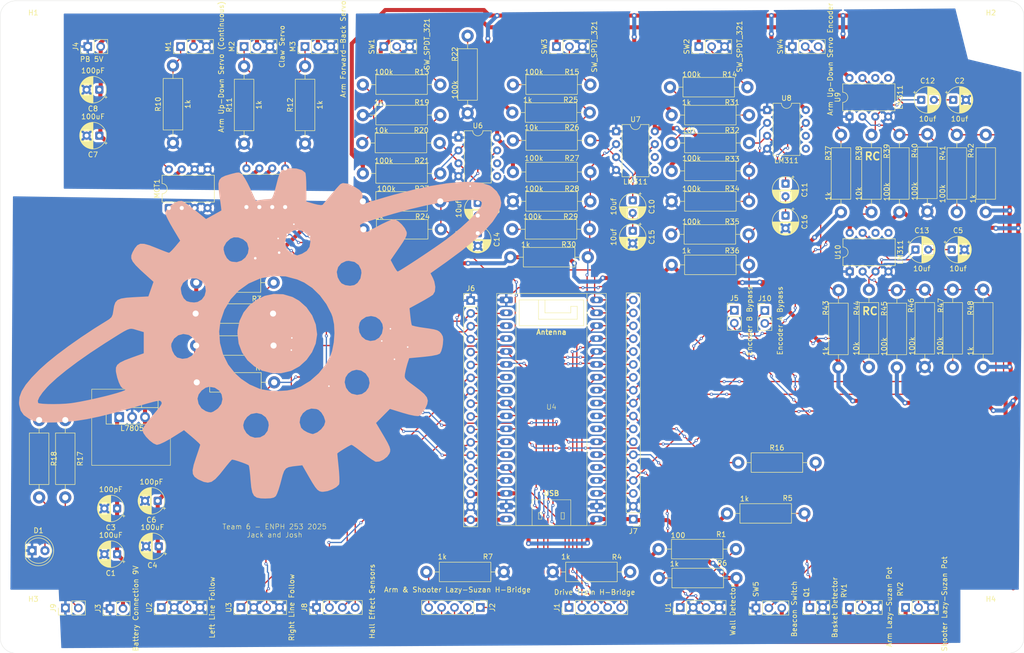
<source format=kicad_pcb>
(kicad_pcb (version 20241229) (generator "pcbnew") (generator_version "9.0")
  (layers (0 "F.Cu" signal) (2 "B.Cu" signal) (13 "F.Paste" user) (15 "B.Paste" user) (5 "F.SilkS" user "F.Silkscreen") (7 "B.SilkS" user "B.Silkscreen") (1 "F.Mask" user) (3 "B.Mask" user) (25 "Edge.Cuts" user))
  (net 0 "")
  (net 1 "gnd")
  (net 2 "Net-(M1-PWM)")
  (net 3 "Net-(M2-PWM)")
  (net 4 "Net-(M3-PWM)")
  (net 5 "Net-(U3-A)")
  (net 6 "Net-(J1-Pin_5)")
  (net 7 "Net-(U6--)")
  (net 8 "Net-(U7--)")
  (net 9 "Net-(J9-Pin_2)")
  (net 10 "Net-(U1-A)")
  (net 11 "Net-(U2-A)")
  (net 12 "/Claw Switch Debounce Circuit/Vin")
  (net 13 "5V")
  (net 14 "3V3")
  (net 15 "Net-(SW1-B)")
  (net 16 "Net-(SW2-B)")
  (net 17 "/Start Switch Debounce Circuit/Vin")
  (net 18 "Net-(SW3-B)")
  (net 19 "/Arm Switch Debounce Circuit/Vin")
  (net 20 "Net-(SW5-B)")
  (net 21 "5V PB")
  (net 22 "gnd PB")
  (net 23 "Net-(U8--)")
  (net 24 "Net-(J2-Pin_5)")
  (net 25 "Net-(U6-+)")
  (net 26 "Net-(U7-+)")
  (net 27 "Net-(U8-+)")
  (net 34 "/ESP1_GPIO35")
  (net 35 "/ESP1_GPIO38")
  (net 36 "/ESP1_GPIO37")
  (net 37 "/ESP1_EN")
  (net 38 "/ESP1_RX0")
  (net 39 "/ESP1_RTX0")
  (net 40 "/ESP1_GPIO34")
  (net 41 "/ESP1_GPIO26")
  (net 42 "/ESP1_GPIO14")
  (net 43 "/ESP1_GPIO33")
  (net 44 "/ESP1_GPIO25")
  (net 45 "/ESP1_GPIO2")
  (net 46 "/ESP1_GPIO21")
  (net 47 "/ESP1_GPIO39")
  (net 48 "/ESP1_GPIO20")
  (net 49 "/ESP1_GPIO15")
  (net 50 "/ESP1_GPIO32")
  (net 51 "/ESP1_GPIO36")
  (net 52 "/ESP1_GPIO0")
  (net 53 "/ESP1_GPIO19")
  (net 54 "/ESP1_GPIO13")
  (net 55 "/ESP1_GPIO12")
  (net 56 "/ESP1_GPIO27")
  (net 57 "/ESP1_GPIO4")
  (net 58 "Net-(D1-A)")
  (net 59 "/ESP1_GPIO9")
  (net 60 "/ESP1_GPIO7")
  (net 61 "9V")
  (net 62 "/ESP1_GPIO10")
  (net 63 "/ESP1_GPIO_22")
  (net 64 "/ESP1_GPIO5")
  (net 65 "/ESP1_GPIO8")
  (net 66 "Net-(U9--)")
  (net 67 "Net-(U10--)")
  (net 68 "/Encoder A Debounce/Vin")
  (net 69 "Net-(U9-+)")
  (net 70 "/Encoder B Debounce/Vin")
  (net 71 "Net-(U10-+)")
  (net 76 "Net-(C12-Pad2)")
  (net 77 "Net-(C13-Pad2)")
  (net 78 "Net-(C14-Pad1)")
  (net 79 "Net-(C10-Pad2)")
  (net 80 "Net-(C11-Pad2)")
  (footprint "Resistor_THT:R_Axial_DIN0411_L9.9mm_D3.6mm_P15.24mm_Horizontal" (layer "F.Cu") (at 203.5 69 90)
    (property "Reference" "R40")
    (property "Value" "100k")
  )
  (footprint "Connector_PinHeader_2.54mm:PinHeader_1x18_P2.54mm_Vertical" (layer "F.Cu") (at 145.61 129.61 180)
    (property "Reference" "J7")
    (property "Value" "ESP Headers right")
  )
  (footprint "Capacitor_THT:CP_Radial_D5.0mm_P2.50mm" (layer "F.Cu") (at 115 73.27 -90)
    (property "Reference" "C14")
    (property "Value" "10uf")
  )
  (footprint "Resistor_THT:R_Axial_DIN0411_L9.9mm_D3.6mm_P15.24mm_Horizontal" (layer "F.Cu") (at 81 55.62 90)
    (property "Reference" "R12")
    (property "Value" "1k")
  )
  (footprint "Connector_PinHeader_2.54mm:PinHeader_1x04_P2.54mm_Vertical" (layer "F.Cu") (at 68.36 147 90)
    (property "Reference" "U3")
    (property "Value" "Right Line Follow")
  )
  (footprint "Resistor_THT:R_Axial_DIN0411_L9.9mm_D3.6mm_P15.24mm_Horizontal" (layer "F.Cu") (at 186.5 69.12 90)
    (property "Reference" "R37")
    (property "Value" "1k")
  )
  (footprint "Resistor_THT:R_Axial_DIN0411_L9.9mm_D3.6mm_P15.24mm_Horizontal" (layer "F.Cu") (at 153.16 61)
    (property "Reference" "R33")
    (property "Value" "100k")
  )
  (footprint "Connector_PinHeader_2.54mm:PinHeader_1x02_P2.54mm_Vertical" (layer "F.Cu") (at 165.5 88.46)
    (property "Reference" "J5")
    (property "Value" "Encoder B Bypass")
  )
  (footprint "Resistor_THT:R_Axial_DIN0411_L9.9mm_D3.6mm_P15.24mm_Horizontal" (layer "F.Cu") (at 203 99.62 90)
    (property "Reference" "R46")
    (property "Value" "100k")
  )
  (footprint "Capacitor_THT:CP_Radial_D5.0mm_P2.50mm" (layer "F.Cu") (at 145.5 66.794888 -90)
    (property "Reference" "C10")
    (property "Value" "10uf")
  )
  (footprint "Resistor_THT:R_Axial_DIN0411_L9.9mm_D3.6mm_P15.24mm_Horizontal" (layer "F.Cu") (at 74.8 95.4 180)
    (property "Reference" "R8")
    (property "Value" "1k")
  )
  (footprint "Resistor_THT:R_Axial_DIN0411_L9.9mm_D3.6mm_P15.24mm_Horizontal" (layer "F.Cu") (at 121.92 55)
    (property "Reference" "R26")
    (property "Value" "10k")
  )
  (footprint "MountingHole:MountingHole_3.2mm_M3" (layer "F.Cu") (at 27.5 149.5)
    (property "Reference" "H3")
    (property "Value" "MountingHole")
  )
  (footprint "Resistor_THT:R_Axial_DIN0411_L9.9mm_D3.6mm_P15.24mm_Horizontal" (layer "F.Cu") (at 150.68 141.2)
    (property "Reference" "R6")
    (property "Value" "1k")
  )
  (footprint "Connector_PinHeader_2.54mm:PinHeader_1x03_P2.54mm_Vertical" (layer "F.Cu") (at 80.99 36.5 90)
    (property "Reference" "M3")
    (property "Value" "Arm Forward-Back Servo")
  )
  (footprint "Connector_PinHeader_2.54mm:PinHeader_1x03_P2.54mm_Vertical" (layer "F.Cu") (at 96.5 36.5 90)
    (property "Reference" "SW1")
    (property "Value" "SW_SPDT_321")
  )
  (footprint "Package_DIP:DIP-8_W7.62mm" (layer "F.Cu") (at 111.195 54.42)
    (property "Reference" "U6")
    (property "Value" "LM311")
  )
  (footprint "Resistor_THT:R_Axial_DIN0411_L9.9mm_D3.6mm_P15.24mm_Horizontal" (layer "F.Cu") (at 121.92 67)
    (property "Reference" "R28")
    (property "Value" "100k")
  )
  (footprint "Connector_PinHeader_2.54mm:PinHeader_1x02_P2.54mm_Vertical" (layer "F.Cu") (at 38.225 36.5 90)
    (property "Reference" "J4")
    (property "Value" "PB 5V")
  )
  (footprint "Connector_PinHeader_2.54mm:PinHeader_1x03_P2.54mm_Vertical" (layer "F.Cu") (at 56.5 36.5 90)
    (property "Reference" "M1")
    (property "Value" "Arm Up-Down Servo (Continuous)")
  )
  (footprint "MountingHole:MountingHole_3.2mm_M3" (layer "F.Cu") (at 216 34)
    (property "Reference" "H2")
    (property "Value" "MountingHole")
  )
  (footprint "Package_DIP:DIP-8_W7.62mm" (layer "F.Cu") (at 171.96 49)
    (property "Reference" "U8")
    (property "Value" "LM311")
  )
  (footprint "Package_DIP:DIP-8_W7.62mm" (layer "F.Cu") (at 69.46 68.12 90)
    (property "Reference" "MCT2")
    (property "Value" "~")
  )
  (footprint "Capacitor_THT:CP_Radial_D5.0mm_P2.50mm" (layer "F.Cu") (at 201.16 76.5)
    (property "Reference" "C13")
    (property "Value" "10uf")
  )
  (footprint "Resistor_THT:R_Axial_DIN0411_L9.9mm_D3.6mm_P15.24mm_Horizontal" (layer "F.Cu") (at 186 99.74 90)
    (property "Reference" "R43")
    (property "Value" "1k")
  )
  (footprint "Resistor_THT:R_Axial_DIN0411_L9.9mm_D3.6mm_P15.24mm_Horizontal" (layer "F.Cu") (at 192.5 69.12 90)
    (property "Reference" "R38")
    (property "Value" "10k")
  )
  (footprint "Resistor_THT:R_Axial_DIN0411_L9.9mm_D3.6mm_P15.24mm_Horizontal" (layer "F.Cu") (at 92.38 61.5)
    (property "Reference" "R21")
    (property "Value" "100k")
  )
  (footprint "Connector_PinHeader_2.54mm:PinHeader_1x18_P2.54mm_Vertical" (layer "F.Cu") (at 113.61 86.53)
    (property "Reference" "J6")
    (property "Value" "ESP Headers left")
  )
  (footprint "Resistor_THT:R_Axial_DIN0411_L9.9mm_D3.6mm_P15.24mm_Horizontal" (layer "F.Cu") (at 59.68 102.65)
    (property "Reference" "R9")
    (property "Value" "1k")
  )
  (footprint "Capacitor_THT:CP_Radial_D5.0mm_P2.50mm" (layer "F.Cu") (at 52 126 180)
    (property "Reference" "C6")
    (property "Value" "100pF")
  )
  (footprint "Resistor_THT:R_Axial_DIN0411_L9.9mm_D3.6mm_P15.24mm_Horizontal" (layer "F.Cu") (at 121.92 61.21)
    (property "Reference" "R27")
    (property "Value" "100k")
  )
  (footprint "Capacitor_THT:CP_Radial_D5.0mm_P2.50mm" (layer "F.Cu") (at 208.589776 47)
    (property "Reference" "C2")
    (property "Value" "10uf")
  )
  (footprint "Resistor_THT:R_Axial_DIN0411_L9.9mm_D3.6mm_P15.24mm_Horizontal" (layer "F.Cu") (at 121.8 72.5)
    (property "Reference" "R29")
    (property "Value" "100k")
  )
  (footprint "Capacitor_THT:CP_Radial_D5.0mm_P2.50mm" (layer "F.Cu") (at 175.58 63.5 -90)
    (property "Reference" "C11")
    (property "Value" "10uf")
  )
  (footprint "Connector_PinHeader_2.54mm:PinHeader_1x03_P2.54mm_Vertical" (layer "F.Cu") (at 69 36.5 90)
    (property "Reference" "M2")
    (property "Value" "Claw Servo")
  )
  (footprint "Resistor_THT:R_Axial_DIN0411_L9.9mm_D3.6mm_P15.24mm_Horizontal" (layer "F.Cu") (at 166.27 118.46)
    (property "Reference" "R16")
    (property "Value" "100k")
  )
  (footprint "Connector_PinHeader_2.54mm:PinHeader_1x05_P2.54mm_Vertical" (layer "F.Cu") (at 132.96 147 90)
    (property "Reference" "J1")
    (property "Value" "Drive Train H-Bridge")
  )
  (footprint "Connector_PinHeader_2.54mm:PinHeader_1x03_P2.54mm_Vertical" (layer "F.Cu") (at 158.5 36.5 90)
    (property "Reference" "SW2")
    (property "Value" "SW_SPDT_321")
  )
  (footprint "Resistor_THT:R_Axial_DIN0411_L9.9mm_D3.6mm_P15.24mm_Horizontal" (layer "F.Cu") (at 92.38 44)
    (property "Reference" "R13")
    (property "Value" "100k")
  )
  (footprint "Resistor_THT:R_Axial_DIN0411_L9.9mm_D3.6mm_P15.24mm_Horizontal" (layer "F.Cu") (at 92.38 67)
    (property "Reference" "R23")
    (property "Value" "100k")
  )
  (footprint "MountingHole:MountingHole_3.2mm_M3" (layer "F.Cu") (at 216 149.5)
    (property "Reference" "H4")
    (property "Value" "MountingHole")
  )
  (footprint "Resistor_THT:R_Axial_DIN0411_L9.9mm_D3.6mm_P15.24mm_Horizontal" (layer "F.Cu") (at 59.58 83)
    (property "Reference" "R2")
    (property "Value" "100")
  )
  (footprint "ENPH22:NEW_ESP32_PICO_1_DEV_KIT" (layer "F.Cu") (at 129.5 108)
    (property "Reference" "U4")
    (property "Value" "ESP32_PICO-1")
  )
  (footprint "Resistor_THT:R_Axial_DIN0411_L9.9mm_D3.6mm_P15.24mm_Horizontal" (layer "F.Cu") (at 28.65 110.08 -90)
    (property "Reference" "R18")
    (property "Value" "100")
  )
  (footprint "Package_DIP:DIP-8_W7.62mm" (layer "F.Cu") (at 142.235 53.19)
    (property "Reference" "U7")
    (property "Value" "LM311")
  )
  (footprint "Resistor_THT:R_Axial_DIN0411_L9.9mm_D3.6mm_P15.24mm_Horizontal" (layer "F.Cu") (at 33.8 110.08 -90)
    (property "Reference" "R17")
    (property "Value" "100")
  )
  (footprint "Package_DIP:DIP-8_W7.62mm" (layer "F.Cu") (at 54.19 68.305 90)
    (property "Reference" "MCT1")
    (property "Value" "~")
  )
  (footprint "Resistor_THT:R_Axial_DIN0411_L9.9mm_D3.6mm_P15.24mm_Horizontal" (layer "F.Cu") (at 92.26 55.5)
    (property "Reference" "R20")
    (property "Value" "10k")
  )
  (footprint "Resistor_THT:R_Axial_DIN0411_L9.9mm_D3.6mm_P15.24mm_Horizontal" (layer "F.Cu") (at 113 49.62 90)
    (property "Reference" "R22")
    (property "Value" "100k")
  )
  (footprint "Connector_PinHeader_2.54mm:PinHeader_1x04_P2.54mm_Vertical" (layer "F.Cu") (at 83.26 147 90)
    (property "Reference" "J8")
    (property "Value" "Hall Effect Sensors")
  )
  (footprint "Capacitor_THT:CP_Radial_D5.0mm_P2.50mm" (layer "F.Cu") (at 202.294888 47)
    (property "Reference" "C12")
    (property "Value" "10uf")
  )
  (footprint "Capacitor_THT:CP_Radial_D5.0mm_P2.50mm" (layer "F.Cu") (at 115 67.294888 -90)
    (property "Reference" "C9")
    (property "Value" "10uf")
  )
  (footprint "Resistor_THT:R_Axial_DIN0411_L9.9mm_D3.6mm_P15.24mm_Horizontal" (layer "F.Cu") (at 150.58 135.5)
    (property "Reference" "R1")
    (property "Value" "100")
  )
  (footprint "MountingHole:MountingHole_3.2mm_M3" (layer "F.Cu") (at 27.5 34)
    (property "Reference" "H1")
    (property "Value" "MountingHole")
  )
  (footprint "Resistor_THT:R_Axial_DIN0411_L9.9mm_D3.6mm_P15.24mm_Horizontal" (layer "F.Cu") (at 59.46 89.1)
    (property "Reference" "R3")
    (property "Value" "100")
  )
  (footprint "Connector_PinHeader_2.54mm:PinHeader_1x02_P2.54mm_Vertical" (layer "F.Cu") (at 180.36 147 90)
    (property "Reference" "Q1")
    (property "Value" "Basket Detector")
  )
  (footprint "Connector_PinHeader_2.54mm:PinHeader_1x02_P2.54mm_Vertical" (layer "F.Cu") (at 171.5 88.5)
    (property "Reference" "J10")
    (property "Value" "Encoder A Bypass")
  )
  (footprint "Resistor_THT:R_Axial_DIN0411_L9.9mm_D3.6mm_P15.24mm_Horizontal" (layer "F.Cu") (at 197.5 99.74 90)
    (property "Reference" "R45")
    (property "Value" "100k")
  )
  (footprint "Capacitor_THT:CP_Radial_D5.0mm_P2.50mm" (layer "F.Cu") (at 175.58 69.794888 -90)
    (property "Reference" "C16")
    (property "Value" "10uf")
  )
  (footprint "Resistor_THT:R_Axial_DIN0411_L9.9mm_D3.6mm_P15.24mm_Horizontal" (layer "F.Cu") (at 69 55.62 90)
    (property "Reference" "R11")
    (property "Value" "1k")
  )
  (footprint "Connector_PinHeader_2.54mm:PinHeader_1x02_P2.54mm_Vertical" (layer "F.Cu") (at 33.825 147.1 90)
    (property "Reference" "J9")
    (property "Value" "External Blinky")
  )
  (footprint "Capacitor_THT:CP_Radial_D5.0mm_P2.50mm" (layer "F.Cu") (at 52.205113 134.95 180)
    (property "Reference" "C4")
    (property "Value" "100uF")
  )
  (footprint "Resistor_THT:R_Axial_DIN0411_L9.9mm_D3.6mm_P15.24mm_Horizontal" (layer "F.Cu") (at 198 69.12 90)
    (property "Reference" "R39")
    (property "Value" "100k")
  )
  (footprint "Package_TO_SOT_THT:TO-220-3_Vertical" (layer "F.Cu") (at 44.42 109.5)
    (property "Reference" "U5")
    (property "Value" "L7805")
  )
  (footprint "Capacitor_THT:CP_Radial_D5.0mm_P2.50mm" (layer "F.Cu") (at 145.5 72.794888 -90)
    (property "Reference" "C15")
    (property "Value" "10uf")
  )
  (footprint "Resistor_THT:R_Axial_DIN0411_L9.9mm_D3.6mm_P15.24mm_Horizontal" (layer "F.Cu") (at 153.08 73.5)
    (property "Reference" "R35")
    (property "Value" "100k")
  )
  (footprint "Package_DIP:DIP-8_W7.62mm" (layer "F.Cu") (at 188.17 50.305 90)
    (property "Reference" "U9")
    (property "Value" "LM311")
  )
  (footprint "Resistor_THT:R_Axial_DIN0411_L9.9mm_D3.6mm_P15.24mm_Horizontal" (layer "F.Cu") (at 152.84 44.5)
    (property "Reference" "R14")
    (property "Value" "100k")
  )
  (footprint "Capacitor_THT:CP_Radial_D5.0mm_P2.50mm" (layer "F.Cu") (at 40.5 54.05 180)
    (property "Reference" "C7")
    (property "Value" "100uF")
  )
  (footprint "Connector_PinHeader_2.54mm:PinHeader_1x03_P2.54mm_Vertical" (layer "F.Cu") (at 199.22 147 90)
    (property "Reference" "RV2")
    (property "Value" "Shooter Lazy-Suzan Pot")
  )
  (footprint "Resistor_THT:R_Axial_DIN0411_L9.9mm_D3.6mm_P15.24mm_Horizontal" (layer "F.Cu") (at 164.06 128.475)
    (property "Reference" "R5")
    (property "Value" "1k")
  )
  (footprint "Resistor_THT:R_Axial_DIN0411_L9.9mm_D3.6mm_P15.24mm_Horizontal" (layer "F.Cu") (at 215 69.12 90)
    (property "Reference" "R42")
    (property "Value" "1k")
  )
  (footprint "Connector_PinHeader_2.54mm:PinHeader_1x04_P2.54mm_Vertical" (layer "F.Cu") (at 154.86 147 90)
    (property "Reference" "U1")
    (property "Value" "Wall Detector")
  )
  (footprint "Connector_PinHeader_2.54mm:PinHeader_1x04_P2.54mm_Vertical" (layer "F.Cu") (at 52.7 147 90)
    (property "Reference" "U2")
    (property "Value" "Left Line Follow")
  )
  (footprint "Resistor_THT:R_Axial_DIN0411_L9.9mm_D3.6mm_P15.24mm_Horizontal" (layer "F.Cu") (at 153.16 50)
    (property "Reference" "R31")
    (property "Value" "1k")
  )
  (footprint "Resistor_THT:R_Axial_DIN0411_L9.9mm_D3.6mm_P15.24mm_Horizontal" (layer "F.Cu") (at 153.16 67)
    (property "Reference" "R34")
    (property "Value" "100k")
  )
  (footprint "Resistor_THT:R_Axial_DIN0411_L9.9mm_D3.6mm_P15.24mm_Horizontal" (layer "F.Cu") (at 92.5 72.5)
    (property "Reference" "R24")
    (property "Value" "1k")
  )
  (footprint "Package_DIP:DIP-8_W7.62mm" (layer "F.Cu") (at 188.22 80.82 90)
    (property "Reference" "U10")
    (property "Value" "LM311")
  )
  (footprint "LED_THT:LED_D5.0mm" (layer "F.Cu") (at 27.26 135.8)
    (property "Reference" "D1")
    (property "Value" "Blinkey LED")
  )
  (footprint "Resistor_THT:R_Axial_DIN0411_L9.9mm_D3.6mm_P15.24mm_Horizontal" (layer "F.Cu") (at 55 55.475 90)
    (property "Reference" "R10")
    (property "Value" "1k")
  )
  (footprint "Resistor_THT:R_Axial_DIN0411_L9.9mm_D3.6mm_P15.24mm_Horizontal" (layer "F.Cu") (at 214.5 99.62 90)
    (property "Reference" "R48")
    (property "Value" "1k")
  )
  (footprint "Resistor_THT:R_Axial_DIN0411_L9.9mm_D3.6mm_P15.24mm_Horizontal" (layer "F.Cu") (at 209.3 69.12 90)
    (property "Reference" "R41")
    (property "Value" "100k")
  )
  (footprint "Resistor_THT:R_Axial_DIN0411_L9.9mm_D3.6mm_P15.24mm_Horizontal" (layer "F.Cu") (at 208.5 99.62 90)
    (property "Reference" "R47")
    (property "Value" "100k")
  )
  (footprint "Capacitor_THT:CP_Radial_D5.0mm_P2.50mm" (layer "F.Cu") (at 40.5 45 180)
    (property "Reference" "C8")
    (property "Value" "100pF")
  )
  (footprint "Connector_PinHeader_2.54mm:PinHeader_1x03_P2.54mm_Vertical" (layer "F.Cu") (at 169.76 147.1 90)
    (property "Reference" "SW5")
    (property "Value" "Beacon Switch")
  )
  (footprint "Resistor_THT:R_Axial_DIN0411_L9.9mm_D3.6mm_P15.24mm_Horizontal" (layer "F.Cu") (at 153.16 79.5)
    (property "Reference" "R36")
    (property "Value" "1k")
  )
  (footprint "Connector_PinHeader_2.54mm:PinHeader_1x03_P2.54mm_Vertical" (layer "F.Cu") (at 176.92 36.5 90)
    (property "Reference" "SW4")
    (property "Value" "Arm Up-Down Servo Encoder")
  )
  (footprint "Resistor_THT:R_Axial_DIN0411_L9.9mm_D3.6mm_P15.24mm_Horizontal" (layer "F.Cu") (at 121.42 78)
    (property "Reference" "R30")
    (property "Value" "1k")
  )
  (footprint "Resistor_THT:R_Axial_DIN0411_L9.9mm_D3.6mm_P15.24mm_Horizontal" (layer "F.Cu") (at 121.92 44)
    (property "Reference" "R15")
    (property "Value" "100k")
  )
  (footprint "Resistor_THT:R_Axial_DIN0411_L9.9mm_D3.6mm_P15.24mm_Horizontal" (layer "F.Cu") (at 192 99.62 90)
    (property "Reference" "R44")
    (property "Value" "10k")
  )
  (footprint "Connector_PinHeader_2.54mm:PinHeader_1x05_P2.54mm_Vertical" (layer "F.Cu") (at 115.5 147 -90)
    (property "Reference" "J2")
    (property "Value" "Arm & Shooter Lazy-Suzan H-Bridge")
  )
  (footprint "Resistor_THT:R_Axial_DIN0411_L9.9mm_D3.6mm_P15.24mm_Horizontal" (layer "F.Cu") (at 121.8 49.5)
    (property "Reference" "R25")
    (property "Value" "1k")
  )
  (footprint "Resistor_THT:R_Axial_DIN0411_L9.9mm_D3.6mm_P15.24mm_Horizontal" (layer "F.Cu") (at 120.12 140 180)
    (property "Reference" "R7")
    (property "Value" "1k")
  )
  (footprint "Connector_PinHeader_2.54mm:PinHeader_1x02_P2.54mm_Vertical" (layer "F.Cu") (at 42.625 147.2 90)
    (property "Reference" "J3")
    (property "Value" "Battery Connection 9V")
  )
  (footprint "Connector_PinHeader_2.54mm:PinHeader_1x03_P2.54mm_Vertical" (layer "F.Cu") (at 130.5 36.5 90)
    (property "Reference" "SW3")
    (property "Value" "SW_SPDT_321")
  )
  (footprint "Capacitor_THT:CP_Radial_D5.0mm_P2.50mm" (layer "F.Cu") (at 44 127.5 180)
    (property "Reference" "C3")
    (property "Value" "100pF")
  )
  (footprint "Resistor_THT:R_Axial_DIN0411_L9.9mm_D3.6mm_P15.24mm_Horizontal" (layer "F.Cu") (at 92.38 50)
    (property "Reference" "R19")
    (property "Value" "1k")
  )
  (footprint "Capacitor_THT:CP_Radial_D5.0mm_P2.50mm" (layer "F.Cu") (at 44 136.5 180)
    (property "Reference" "C1")
    (property "Value" "100uF")
  )
  (footprint "Resistor_THT:R_Axial_DIN0411_L9.9mm_D3.6mm_P15.24mm_Horizontal" (layer "F.Cu") (at 153.16 55.5)
    (property "Reference" "R32")
    (property "Value" "10k")
  )
  (footprint "Connector_PinHeader_2.54mm:PinHeader_1x03_P2.54mm_Vertical" (layer "F.Cu") (at 188.16 147 90)
    (property "Reference" "RV1")
    (property "Value" "Arm Lazy-Suzan Pot")
  )
  (footprint "Capacitor_THT:CP_Radial_D5.0mm_P2.50mm" (layer "F.Cu") (at 208.294888 76.5)
    (property "Reference" "C5")
    (property "Value" "10uf")
  )
  (footprint "Resistor_THT:R_Axial_DIN0411_L9.9mm_D3.6mm_P15.24mm_Horizontal" (layer "F.Cu") (at 129.76 140)
    (property "Reference" "R4")
    (property "Value" "1k")
  )
  (footprint "LOGO" (layer "B.Cu") (at 72 93 180)
    (property "Reference" "G***" (hide yes))
    (property "Value" "LOGO" (hide yes))
  )
  (gr_rect (start 39 104) (end 54.5 119) (stroke (width 0.1)) (fill no) (layer "F.SilkS"))
  (gr_arc (start 21 30.5) (mid 21.87868 28.37868) (end 24 27.5) (stroke (width 0.05)) (layer "Edge.Cuts"))
  (gr_line (start 222.5 30.5) (end 222.5 153) (stroke (width 0.05)) (layer "Edge.Cuts"))
  (gr_arc (start 24 156) (mid 21.87868 155.12132) (end 21 153) (stroke (width 0.05)) (layer "Edge.Cuts"))
  (gr_line (start 219.5 156) (end 24 156) (stroke (width 0.05)) (layer "Edge.Cuts"))
  (gr_line (start 21 153) (end 21 30.5) (stroke (width 0.05)) (layer "Edge.Cuts"))
  (gr_line (start 24 27.5) (end 219.5 27.5) (stroke (width 0.05)) (layer "Edge.Cuts"))
  (gr_arc (start 219.5 27.5) (mid 221.62132 28.37868) (end 222.5 30.5) (stroke (width 0.05)) (layer "Edge.Cuts"))
  (gr_arc (start 222.5 153) (mid 221.62132 155.12132) (end 219.5 156) (stroke (width 0.05)) (layer "Edge.Cuts"))
  (gr_text "Team 6 - ENPH 253 2025\nJack and Josh" (at 75 130.5 0) (layer "F.SilkS") (effects (font (size 1 1) (thickness 0.1)) (justify top)))
  (gr_text "RC" (at 190.5 89.5 0) (layer "F.SilkS") (effects (font (size 1.5 1.5) (thickness 0.3) (bold yes)) (justify left bottom)))
  (gr_text "RC" (at 191 59 0) (layer "F.SilkS") (effects (font (size 1.5 1.5) (thickness 0.3) (bold yes)) (justify left bottom)))
  (segment (start 113.73 127.05) (end 113.61 127.17) (width 0.25) (layer "F.Cu") (net 1))
  (segment (start 113.73 86.41) (end 113.61 86.53) (width 0.25) (layer "F.Cu") (net 1))
  (segment (start 145.59 127.05) (end 145.61 127.07) (width 0.25) (layer "F.Cu") (net 1))
  (segment (start 56.5 36.5) (end 56.5 38.735) (width 0.25) (layer "F.Cu") (net 2))
  (segment (start 53 59.495) (end 54.19 60.685) (width 0.25) (layer "F.Cu") (net 2))
  (segment (start 55 40.235) (end 55 52) (width 0.25) (layer "F.Cu") (net 2))
  (segment (start 56.5 38.735) (end 55 40.235) (width 0.25) (layer "F.Cu") (net 2))
  (segment (start 53 54) (end 53 59.495) (width 0.25) (layer "F.Cu") (net 2))
  (segment (start 55 52) (end 53 54) (width 0.25) (layer "F.Cu") (net 2))
  (segment (start 69 36.5) (end 69 40.38) (width 0.25) (layer "F.Cu") (net 3))
  (segment (start 71.5 57) (end 71.5 42.88) (width 0.25) (layer "F.Cu") (net 3))
  (segment (start 69.46 60.5) (end 69.46 59.04) (width 0.25) (layer "F.Cu") (net 3))
  (segment (start 71.5 42.88) (end 69 40.38) (width 0.25) (layer "F.Cu") (net 3))
  (segment (start 69.46 59.04) (end 71.5 57) (width 0.25) (layer "F.Cu") (net 3))
  (segment (start 80.99 40.37) (end 81 40.38) (width 0.25) (layer "F.Cu") (net 4))
  (segment (start 80.99 36.5) (end 80.99 40.37) (width 0.25) (layer "F.Cu") (net 4))
  (segment (start 77.08 60.5) (end 77.08 44.3) (width 0.25) (layer "F.Cu") (net 4))
  (segment (start 77.08 44.3) (end 81 40.38) (width 0.25) (layer "F.Cu") (net 4))
  (segment (start 78.3 137.06) (end 68.36 147) (width 0.25) (layer "F.Cu") (net 5))
  (segment (start 74.7 89.1) (end 78.4 92.8) (width 0.25) (layer "F.Cu") (net 5))
  (segment (start 78.3 96.3) (end 78.3 137.06) (width 0.25) (layer "F.Cu") (net 5))
  (segment (start 78.4 92.8) (end 78.4 93.9) (width 0.25) (layer "F.Cu") (net 5))
  (via (at 78.4 93.9) (size 0.6) (drill 0.3) (layers "F.Cu" "B.Cu") (net 5))
  (via (at 78.3 96.3) (size 0.6) (drill 0.3) (layers "F.Cu" "B.Cu") (net 5))
  (segment (start 78.4 96.2) (end 78.3 96.3) (width 0.25) (layer "B.Cu") (net 5))
  (segment (start 78.4 93.9) (end 78.4 96.2) (width 0.25) (layer "B.Cu") (net 5))
  (segment (start 143.12 141.88) (end 145 140) (width 0.25) (layer "F.Cu") (net 6))
  (segment (start 143.12 147) (end 143.12 141.88) (width 0.25) (layer "F.Cu") (net 6))
  (segment (start 115 63.305) (end 111.195 59.5) (width 0.25) (layer "F.Cu") (net 7))
  (segment (start 111.195 59.195) (end 107.5 55.5) (width 0.25) (layer "F.Cu") (net 7))
  (segment (start 115 67.294888) (end 115 63.305) (width 0.25) (layer "F.Cu") (net 7))
  (segment (start 111.195 59.5) (end 111.195 59.195) (width 0.25) (layer "F.Cu") (net 7))
  (segment (start 137.16 55) (end 138.965 55) (width 0.25) (layer "F.Cu") (net 8))
  (segment (start 145.5 66.794888) (end 145.5 63) (width 0.25) (layer "F.Cu") (net 8))
  (segment (start 138.965 55) (end 142.235 58.27) (width 0.25) (layer "F.Cu") (net 8))
  (via (at 145.5 63) (size 0.6) (drill 0.3) (layers "F.Cu" "B.Cu") (net 8))
  (segment (start 145.5 63) (end 145.5 61.535) (width 0.25) (layer "B.Cu") (net 8))
  (segment (start 145.5 61.535) (end 142.235 58.27) (width 0.25) (layer "B.Cu") (net 8))
  (segment (start 33.8 125.32) (end 33.8 144.535) (width 0.25) (layer "F.Cu") (net 9))
  (segment (start 33.8 144.535) (end 36.365 147.1) (width 0.25) (layer "F.Cu") (net 9))
  (segment (start 154.86 147) (end 154.86 146.46) (width 0.25) (layer "F.Cu") (net 10))
  (segment (start 154.86 146.46) (end 165.82 135.5) (width 0.25) (layer "F.Cu") (net 10))
  (segment (start 61.4 110.9) (end 67 105.3) (width 0.25) (layer "F.Cu") (net 11))
  (segment (start 67 87.1) (end 70.72 87.1) (width 0.25) (layer "F.Cu") (net 11))
  (segment (start 61.4 138.3) (end 61.4 110.9) (width 0.25) (layer "F.Cu") (net 11))
  (segment (start 67 105.3) (end 67 87.1) (width 0.25) (layer "F.Cu") (net 11))
  (segment (start 70.72 87.1) (end 74.82 83) (width 0.25) (layer "F.Cu") (net 11))
  (segment (start 52.7 147) (end 61.4 138.3) (width 0.25) (layer "F.Cu") (net 11))
  (segment (start 94.5 53.26) (end 104.36 53.26) (width 0.25) (layer "F.Cu") (net 12))
  (segment (start 92.38 44) (end 94.5 46.12) (width 0.25) (layer "F.Cu") (net 12))
  (segment (start 94.5 46.12) (end 94.5 53.26) (width 0.25) (layer "F.Cu") (net 12))
  (segment (start 104.36 53.26) (end 107.62 50) (width 0.25) (layer "F.Cu") (net 12))
  (segment (start 94.5 53.26) (end 92.26 55.5) (width 0.25) (layer "F.Cu") (net 12))
  (segment (start 118.8 30.4) (end 117.3 30.4) (width 0.8) (layer "F.Cu") (net 13))
  (segment (start 49.5 99.06) (end 59.46 89.1) (width 0.8) (layer "F.Cu") (net 13))
  (segment (start 50.5 140) (end 52.205113 138.294887) (width 0.8) (layer "F.Cu") (net 13))
  (segment (start 108.69 129.71) (end 113.61 129.71) (width 0.8) (layer "F.Cu") (net 13))
  (segment (start 188.22 71.98) (end 188.9 71.3) (width 0.8) (layer "F.Cu") (net 13))
  (segment (start 199.9 30.4) (end 186.9 30.4) (width 0.8) (layer "F.Cu") (net 13))
  (segment (start 113.61 129.71) (end 120.49 129.71) (width 0.8) (layer "F.Cu") (net 13))
  (segment (start 53 121) (end 53 125) (width 0.8) (layer "F.Cu") (net 13))
  (segment (start 117 48.1) (end 117 34.9) (width 0.8) (layer "F.Cu") (net 13))
  (segment (start 49.794888 153.994888) (end 50.5 153.289776) (width 0.8) (layer "F.Cu") (net 13))
  (segment (start 52.205113 138.294887) (end 52.205113 134.95) (width 0.8) (layer "F.Cu") (net 13))
  (segment (start 90.2 35.9) (end 96.8 29.3) (width 0.8) (layer "F.Cu") (net 13))
  (segment (start 198.82 69.12) (end 201.9 72.2) (width 0.8) (layer "F.Cu") (net 13))
  (segment (start 199.1 106.7) (end 215 106.7) (width 0.8) (layer "F.Cu") (net 13))
  (segment (start 49.794888 109.794888) (end 49.5 109.5) (width 0.8) (layer "F.Cu") (net 13))
  (segment (start 149.855 49.255) (end 146.6 46) (width 0.8) (layer "F.Cu") (net 13))
  (segment (start 116.2 29.3) (end 96.8 29.3) (width 0.8) (layer "F.Cu") (net 13))
  (segment (start 198 69.12) (end 198.82 69.12) (width 0.8) (layer "F.Cu") (net 13))
  (segment (start 118.815 54.42) (end 118.815 49.915) (width 0.8) (layer "F.Cu") (net 13))
  (segment (start 59.58 83) (end 59.58 88.98) (width 0.8) (layer "F.Cu") (net 13))
  (segment (start 120.49 129.71) (end 120.61 129.59) (width 0.8) (layer "F.Cu") (net 13))
  (segment (start 208.4 152.7) (end 208.4 143) (width 0.8) (layer "F.Cu") (net 13))
  (segment (start 100.4 138) (end 108.69 129.71) (width 0.8) (layer "F.Cu") (net 13))
  (segment (start 186.9 30.4) (end 172.8 30.4) (width 0.8) (layer "F.Cu") (net 13))
  (segment (start 195.82 71.3) (end 198 69.12) (width 0.8) (layer "F.Cu") (net 13))
  (segment (start 90.2 57.7) (end 90.2 35.9) (width 0.8) (layer "F.Cu") (net 13))
  (segment (start 49.8 154) (end 100.2 154) (width 0.8) (layer "F.Cu") (net 13))
  (segment (start 150.445 52.6) (end 149.855 53.19) (width 0.8) (layer "F.Cu") (net 13))
  (segment (start 149.855 53.19) (end 149.855 49.255) (width 0.8) (layer "F.Cu") (net 13))
  (segment (start 220.4 106.3) (end 221.4 105.3) (width 0.8) (layer "F.Cu") (net 13))
  (segment (start 216.9 72.2) (end 217 72.3) (width 0.8) (layer "F.Cu") (net 13))
  (segment (start 221.4 72.3) (end 221.4 51.9) (width 0.8) (layer "F.Cu") (net 13))
  (segment (start 154.2 52.6) (end 150.445 52.6) (width 0.8) (layer "F.Cu") (net 13))
  (segment (start 92.38 59.88) (end 90.2 57.7) (width 0.8) (layer "F.Cu") (net 13))
  (segment (start 118.815 54.615) (end 118.815 54.42) (width 0.8) (layer "F.Cu") (net 13))
  (segment (start 186.9 41.415) (end 188.17 42.685) (width 0.8) (layer "F.Cu") (net 13))
  (segment (start 153.16 61) (end 153.16 59.74) (width 0.8) (layer "F.Cu") (net 13))
  (segment (start 153.16 59.74) (end 158.2 54.7) (width 0.8) (layer "F.Cu") (net 13))
  (segment (start 186.9 34) (end 186.9 41.415) (width 0.8) (layer "F.Cu") (net 13))
  (segment (start 220.2 143) (end 220.4 143.2) (width 0.8) (layer "F.Cu") (net 13))
  (segment (start 147.7 138.38) (end 147.7 153.8) (width 0.8) (layer "F.Cu") (net 13))
  (segment (start 201.9 72.2) (end 216.9 72.2) (width 0.8) (layer "F.Cu") (net 13))
  (segment (start 118.815 49.915) (end 117 48.1) (width 0.8) (layer "F.Cu") (net 13))
  (segment (start 145.8 45.2) (end 145.8 34.6) (width 0.8) (layer "F.Cu") (net 13))
  (segment (start 158.2 54.3) (end 157.3 53.4) (width 0.8) (layer "F.Cu") (net 13))
  (segment (start 220.4 143.2) (end 220.4 106.3) (width 0.8) (layer "F.Cu") (net 13))
  (segment (start 188.22 73.2) (end 188.22 71.98) (width 0.8) (layer "F.Cu") (net 13))
  (segment (start 145.8 30.4) (end 118.8 30.4) (width 0.8) (layer "F.Cu") (net 13))
  (segment (start 221.4 105.3) (end 221.4 72.3) (width 0.8) (layer "F.Cu") (net 13))
  (segment (start 121.92 57.72) (end 118.815 54.615) (width 0.8) (layer "F.Cu") (net 13))
  (segment (start 92.38 61.5) (end 92.38 59.88) (width 0.8) (layer "F.Cu") (net 13))
  (segment (start 100.4 153.8) (end 147.7 153.8) (width 0.8) (layer "F.Cu") (net 13))
  (segment (start 117.3 30.4) (end 116.2 29.3) (width 0.8) (layer "F.Cu") (net 13))
  (segment (start 215 106.7) (end 216.5 108.2) (width 0.8) (layer "F.Cu") (net 13))
  (segment (start 207.3 153.8) (end 208.4 152.7) (width 0.8) (layer "F.Cu") (net 13))
  (segment (start 52 126) (end 52 134.744887) (width 0.8) (layer "F.Cu") (net 13))
  (segment (start 52 134.744887) (end 52.205113 134.95) (width 0.8) (layer "F.Cu") (net 13))
  (segment (start 49.5 109.5) (end 49.5 117.5) (width 0.8) (layer "F.Cu") (net 13))
  (segment (start 49.5 117.5) (end 53 121) (width 0.8) (layer "F.Cu") (net 13))
  (segment (start 50.5 153.289776) (end 50.5 140) (width 0.8) (layer "F.Cu") (net 13))
  (segment (start 208.4 143) (end 220.2 143) (width 0.8) (layer "F.Cu") (net 13))
  (segment (start 150.58 135.5) (end 147.7 138.38) (width 0.8) (layer "F.Cu") (net 13))
  (segment (start 59.58 88.98) (end 59.46 89.1) (width 0.8) (layer "F.Cu") (net 13))
  (segment (start 172.8 34) (end 172.8 42.22) (width 0.8) (layer "F.Cu") (net 13))
  (segment (start 172.8 42.22) (end 179.58 49) (width 0.8) (layer "F.Cu") (net 13))
  (segment (start 53 125) (end 52 126) (width 0.8) (layer "F.Cu") (net 13))
  (segment (start 49.794888 153.994888) (end 49.8 154) (width 0.8) (layer "F.Cu") (net 13))
  (segment (start 188.9 71.3) (end 195.82 71.3) (width 0.8) (layer "F.Cu") (net 13))
  (segment (start 49.5 109.5) (end 49.5 99.06) (width 0.8) (layer "F.Cu") (net 13))
  (segment (start 146.6 46) (end 145.8 45.2) (width 0.8) (layer "F.Cu") (net 13))
  (segment (start 147.7 153.8) (end 207.3 153.8) (width 0.8) (layer "F.Cu") (net 13))
  (segment (start 172.8 30.4) (end 145.8 30.4) (width 0.8) (layer "F.Cu") (net 13))
  (segment (start 121.92 61.21) (end 121.92 57.72) (width 0.8) (layer "F.Cu") (net 13))
  (segment (start 221.4 51.9) (end 199.9 30.4) (width 0.8) (layer "F.Cu") (net 13))
  (segment (start 158.2 54.7) (end 158.2 54.3) (width 0.8) (layer "F.Cu") (net 13))
  (segment (start 100.4 153.8) (end 100.4 138) (width 0.8) (layer "F.Cu") (net 13))
  (segment (start 100.2 154) (end 100.4 153.8) (width 0.8) (layer "F.Cu") (net 13))
  (via (at 117 34.9) (size 1) (drill 0.5) (layers "F.Cu" "B.Cu") (net 13))
  (via (at 157.3 53.4) (size 1) (drill 0.5) (layers "F.Cu" "B.Cu") (net 13))
  (via (at 216.5 108.2) (size 1) (drill 0.5) (layers "F.Cu" "B.Cu") (net 13))
  (via (at 217 72.3) (size 1) (drill 0.5) (layers "F.Cu" "B.Cu") (net 13))
  (via (at 154.2 52.6) (size 1) (drill 0.5) (layers "F.Cu" "B.Cu") (net 13))
  (via (at 145.8 30.4) (size 1) (drill 0.5) (layers "F.Cu" "B.Cu") (net 13))
  (via (at 186.9 30.4) (size 1) (drill 0.5) (layers "F.Cu" "B.Cu") (net 13))
  (via (at 118.8 30.4) (size 1) (drill 0.5) (layers "F.Cu" "B.Cu") (net 13))
  (via (at 172.8 30.4) (size 1) (drill 0.5) (layers "F.Cu" "B.Cu") (net 13))
  (via (at 186.9 34) (size 1) (drill 0.5) (layers "F.Cu" "B.Cu") (net 13))
  (via (at 172.8 34) (size 1) (drill 0.5) (layers "F.Cu" "B.Cu") (net 13))
  (via (at 220.4 106.3) (size 1) (drill 0.5) (layers "F.Cu" "B.Cu") (net 13))
  (via (at 199.1 106.7) (size 1) (drill 0.5) (layers "F.Cu" "B.Cu") (net 13))
  (via (at 145.8 34.6) (size 1) (drill 0.5) (layers "F.Cu" "B.Cu") (net 13))
  (via (at 221.4 72.3) (size 1) (drill 0.5) (layers "F.Cu" "B.Cu") (net 13))
  (segment (start 157.3 53.4) (end 155 53.4) (width 0.8) (layer "B.Cu") (net 13))
  (segment (start 197.5 99.74) (end 197.5 105.1) (width 0.8) (layer "B.Cu") (net 13))
  (segment (start 117 34.9) (end 117 32.2) (width 0.8) (layer "B.Cu") (net 13))
  (segment (start 145.8 34.6) (end 145.8 30.4) (width 0.8) (layer "B.Cu") (net 13))
  (segment (start 216.5 108.2) (end 218.5 108.2) (width 0.8) (layer "B.Cu") (net 13))
  (segment (start 186.9 30.4) (end 186.9 34) (width 0.8) (layer "B.Cu") (net 13))
  (segment (start 117 32.2) (end 118.8 30.4) (width 0.8) (layer "B.Cu") (net 13))
  (segment (start 172.8 34) (end 172.8 30.4) (width 0.8) (layer "B.Cu") (net 13))
  (segment (start 217 72.3) (end 221.4 72.3) (width 0.8) (layer "B.Cu") (net 13))
  (segment (start 218.5 108.2) (end 220.4 106.3) (width 0.8) (layer "B.Cu") (net 13))
  (segment (start 197.5 105.1) (end 199.1 106.7) (width 0.8) (layer "B.Cu") (net 13))
  (segment (start 155 53.4) (end 154.2 52.6) (width 0.8) (layer "B.Cu") (net 13))
  (segment (start 161.3 138.3) (end 160.9 138.3) (width 0.8) (layer "F.Cu") (net 14))
  (segment (start 219.9 104.7) (end 219.9 103.9) (width 0.8) (layer "F.Cu") (net 14))
  (segment (start 119 46.7) (end 119 32.8) (width 0.8) (layer "F.Cu") (net 14))
  (segment (start 68.1 81.3) (end 71.2 78.2) (width 0.8) (layer "F.Cu") (net 14))
  (segment (start 174.84 152.34) (end 174.9 152.4) (width 0.8) (layer "F.Cu") (net 14))
  (segment (start 218.1 141.8) (end 218.9 141) (width 0.8) (layer "F.Cu") (net 14))
  (segment (start 95.9 37.1) (end 96.5 36.5) (width 0.8) (layer "F.Cu") (net 14))
  (segment (start 205.8 152.4) (end 206.7 151.5) (width 0.8) (layer "F.Cu") (net 14))
  (segment (start 219.7 68.8) (end 219.7 52.2) (width 0.8) (layer "F.Cu") (net 14))
  (segment (start 218.8 105.8) (end 219.9 104.7) (width 0.8) (layer "F.Cu") (net 14))
  (segment (start 113.61 124.63) (end 120.49 124.63) (width 0.8) (layer "F.Cu") (net 14))
  (segment (start 129.8 32.7) (end 119.1 32.7) (width 0.8) (layer "F.Cu") (net 14))
  (segment (start 99.2 79.2) (end 113.1 79.2) (width 0.8) (layer "F.Cu") (net 14))
  (segment (start 218.9 105.9) (end 218.8 105.8) (width 0.8) (layer "F.Cu") (net 14))
  (segment (start 138.39 129.59) (end 145.59 129.59) (width 0.8) (layer "F.Cu") (net 14))
  (segment (start 164.2 141.2) (end 163 140) (width 0.8) (layer "F.Cu") (net 14))
  (segment (start 59.56 102.53) (end 59.68 102.65) (width 0.8) (layer "F.Cu") (net 14))
  (segment (start 219.7 52.2) (end 200.2 32.7) (width 0.8) (layer "F.Cu") (net 14))
  (segment (start 172.5 82.9) (end 181.3 74.1) (width 0.8) (layer "F.Cu") (net 14))
  (segment (start 65 89.96) (end 65 81.3) (width 0.8) (layer "F.Cu") (net 14))
  (segment (start 167.4 152.4) (end 174.9 152.4) (width 0.8) (layer "F.Cu") (net 14))
  (segment (start 156.66 83) (end 167.1 83) (width 0.8) (layer "F.Cu") (net 14))
  (segment (start 199.22 152.32) (end 199.3 152.4) (width 0.8) (layer "F.Cu") (net 14))
  (segment (start 115.7 31.3) (end 101.7 31.3) (width 0.8) (layer "F.Cu") (net 14))
  (segment (start 153.16 50) (end 153.16 49.36) (width 0.8) (layer "F.Cu") (net 14))
  (segment (start 199.22 147) (end 199.22 152.32) (width 0.8) (layer "F.Cu") (net 14))
  (segment (start 124.1 126) (end 125 126.9) (width 0.8) (layer "F.Cu") (net 14))
  (segment (start 165.92 150.92) (end 167.4 152.4) (width 0.8) (layer "F.Cu") (net 14))
  (segment (start 130.5 33.4) (end 129.8 32.7) (width 0.8) (layer "F.Cu") (net 14))
  (segment (start 188.8 106.3) (end 195.2 106.3) (width 0.8) (layer "F.Cu") (net 14))
  (segment (start 174.9 152.4) (end 188.2 152.4) (width 0.8) (layer "F.Cu") (net 14))
  (segment (start 165.92 141.2) (end 165.92 150.92) (width 0.8) (layer "F.Cu") (net 14))
  (segment (start 148.1 32.7) (end 129.8 32.7) (width 0.8) (layer "F.Cu") (net 14))
  (segment (start 186 98.4) (end 170.5 82.9) (width 0.8) (layer "F.Cu") (net 14))
  (segment (start 206.7 141.8) (end 218.1 141.8) (width 0.8) (layer "F.Cu") (net 14))
  (segment (start 188.2 152.4) (end 199.3 152.4) (width 0.8) (layer "F.Cu") (net 14))
  (segment (start 158.185 134.35) (end 156.95 134.35) (width 0.8) (layer "F.Cu") (net 14))
  (segment (start 206.7 151.5) (end 206.7 141.8) (width 0.8) (layer "F.Cu") (net 14))
  (segment (start 130.5 36.5) (end 130.5 33.4) (width 0.8) (layer "F.Cu") (net 14))
  (segment (start 200.2 32.7) (end 158.1 32.7) (width 0.8) (layer "F.Cu") (net 14))
  (segment (start 145.59 129.59) (end 145.61 129.61) (width 0.8) (layer "F.Cu") (net 14))
  (segment (start 122.61 124.51) (end 124.1 126) (width 0.8) (layer "F.Cu") (net 14))
  (segment (start 160.9 138.3) (end 156.95 134.35) (width 0.8) (layer "F.Cu") (net 14))
  (segment (start 164.06 128.475) (end 158.185 134.35) (width 0.8) (layer "F.Cu") (net 14))
  (segment (start 156.95 134.35) (end 152.4 129.8) (width 0.8) (layer "F.Cu") (net 14))
  (segment (start 219.9 99.8) (end 219.7 99.6) (width 0.8) (layer "F.Cu") (net 14))
  (segment (start 158.5 36.5) (end 158.5 33.1) (width 0.8) (layer "F.Cu") (net 14))
  (segment (start 219.7 99.6) (end 219.7 68.8) (width 0.8) (layer "F.Cu") (net 14))
  (segment (start 153.16 49.36) (end 148.2 44.4) (width 0.8) (layer "F.Cu") (net 14))
  (segment (start 75.9 77.1) (end 80.5 72.5) (width 0.8) (layer "F.Cu") (net 14))
  (segment (start 188.16 152.36) (end 188.2 152.4) (width 0.8) (layer "F.Cu") (net 14))
  (segment (start 195.2 106.3) (end 200.3 111.4) (width 0.8) (layer "F.Cu") (net 14))
  (segment (start 120.61 124.51) (end 122.61 124.51) (width 0.8) (layer "F.Cu") (net 14))
  (segment (start 136.6 131.38) (end 138.39 129.59) (width 0.8) (layer "F.Cu") (net 14))
  (segment (start 101.7 31.3) (end 96.5 36.5) (width 0.8) (layer "F.Cu") (net 14))
  (segment (start 92.5 72.5) (end 99.2 79.2) (width 0.8) (layer "F.Cu") (net 14))
  (segment (start 136.6 134.3) (end 136.6 131.38) (width 0.8) (layer "F.Cu") (net 14))
  (segment (start 188.16 147) (end 188.16 152.36) (width 0.8) (layer "F.Cu") (net 14))
  (segment (start 152.4 129.8) (end 145.8 129.8) (width 0.8) (layer "F.Cu") (net 14))
  (segment (start 174.84 147.1) (end 174.84 152.34) (width 0.8) (layer "F.Cu") (net 14))
  (segment (start 219.9 103.9) (end 219.9 99.8) (width 0.8) (layer "F.Cu") (net 14))
  (segment (start 158.5 33.1) (end 158.1 32.7) (width 0.8) (layer "F.Cu") (net 14))
  (segment (start 59.56 95.4) (end 65 89.96) (width 0.8) (layer "F.Cu") (net 14))
  (segment (start 218.9 141) (end 218.9 111.4) (width 0.8) (layer "F.Cu") (net 14))
  (segment (start 121.8 49.5) (end 119 46.7) (width 0.8) (layer "F.Cu") (net 14))
  (segment (start 158.1 32.7) (end 148.1 32.7) (width 0.8) (layer "F.Cu") (net 14))
  (segment (start 170.5 82.9) (end 172.5 82.9) (width 0.8) (layer "F.Cu") (net 14))
  (segment (start 117.1 32.7) (end 115.7 31.3) (width 0.8) (layer "F.Cu") (net 14))
  (segment (start 165.92 141.2) (end 164.2 141.2) (width 0.8) (layer "F.Cu") (net 14))
  (segment (start 218.9 111.4) (end 218.9 105.9) (width 0.8) (layer "F.Cu") (net 14))
  (segment (start 119 32.8) (end 119.1 32.7) (width 0.8) (layer "F.Cu") (net 14))
  (segment (start 200.3 111.4) (end 218.9 111.4) (width 0.8) (layer "F.Cu") (net 14))
  (segment (start 121.42 78) (end 132.8 78) (width 0.8) (layer "F.Cu") (net 14))
  (segment (start 199.3 152.4) (end 205.8 152.4) (width 0.8) (layer "F.Cu") (net 14))
  (segment (start 186 99.74) (end 186 98.4) (width 0.8) (layer "F.Cu") (net 14))
  (segment (start 120.49 124.63) (end 120.61 124.51) (width 0.8) (layer "F.Cu") (net 14))
  (segment (start 148.2 32.8) (end 148.1 32.7) (width 0.8) (layer "F.Cu") (net 14))
  (segment (start 125 126.9) (end 125 134.4) (width 0.8) (layer "F.Cu") (net 14))
  (segment (start 153.16 79.5) (end 156.66 83) (width 0.8) (layer "F.Cu") (net 14))
  (segment (start 59.56 95.4) (end 59.56 102.53) (width 0.8) (layer "F.Cu") (net 14))
  (segment (start 95.9 48) (end 95.9 37.1) (width 0.8) (layer "F.Cu") (net 14))
  (segment (start 65 81.3) (end 68.1 81.3) (width 0.8) (layer "F.Cu") (net 14))
  (segment (start 148.2 44.4) (end 148.2 32.8) (width 0.8) (layer "F.Cu") (net 14))
  (segment (start 119.1 32.7) (end 117.1 32.7) (width 0.8) (layer "F.Cu") (net 14))
  (segment (start 139.6 82.1) (end 150.56 82.1) (width 0.8) (layer "F.Cu") (net 14))
  (segment (start 80.5 72.5) (end 92.5 72.5) (width 0.8) (layer "F.Cu") (net 14))
  (segment (start 132.8 78) (end 134 79.2) (width 0.8) (layer "F.Cu") (net 14))
  (segment (start 145.8 129.8) (end 145.61 129.61) (width 0.8) (layer "F.Cu") (net 14))
  (segment (start 150.56 82.1) (end 153.16 79.5) (width 0.8) (layer "F.Cu") (net 14))
  (via (at 95.9 48) (size 1) (drill 0.5) (layers "F.Cu" "B.Cu") (net 14))
  (via (at 170.5 82.9) (size 1) (drill 0.5) (layers "F.Cu" "B.Cu") (net 14))
  (via (at 125 134.4) (size 1) (drill 0.5) (layers "F.Cu" "B.Cu") (net 14))
  (via (at 113.1 79.2) (size 1) (drill 0.5) (layers "F.Cu" "B.Cu") (net 14))
  (via (at 139.6 82.1) (size 1) (drill 0.5) (layers "F.Cu" "B.Cu") (net 14))
  (via (at 219.7 99.6) (size 1) (drill 0.5) (layers "F.Cu" "B.Cu") (net 14))
  (via (at 161.3 138.3) (size 1) (drill 0.5) (layers "F.Cu" "B.Cu") (net 14))
  (via (at 167.1 83) (size 1) (drill 0.5) (layers "F.Cu" "B.Cu") (net 14))
  (via (at 181.3 74.1) (size 1) (drill 0.5) (layers "F.Cu" "B.Cu") (net 14))
  (via (at 71.2 78.2) (size 1) (drill 0.5) (layers "F.Cu" "B.Cu") (net 14))
  (via (at 219.7 68.8) (size 1) (drill 0.5) (layers "F.Cu" "B.Cu") (net 14))
  (via (at 188.8 106.3) (size 1) (drill 0.5) (layers "F.Cu" "B.Cu") (net 14))
  (via (at 136.6 134.3) (size 1) (drill 0.5) (layers "F.Cu" "B.Cu") (net 14))
  (via (at 134 79.2) (size 1) (drill 0.5) (layers "F.Cu" "B.Cu") (net 14))
  (via (at 163 140) (size 1) (drill 0.5) (layers "F.Cu" "B.Cu") (net 14))
  (via (at 75.9 77.1) (size 1) (drill 0.5) (layers "F.Cu" "B.Cu") (net 14))
  (segment (start 72.3 77.1) (end 75.9 77.1) (width 0.8) (layer "B.Cu") (net 14))
  (segment (start 93.9 50) (end 95.9 48) (width 0.8) (layer "B.Cu") (net 14))
  (segment (start 219.7 99.6) (end 214.52 99.6) (width 0.8) (layer "B.Cu") (net 14))
  (segment (start 71.2 78.2) (end 72.3 77.1) (width 0.8) (layer "B.Cu") (net 14))
  (segment (start 120.22 79.2) (end 121.42 78) (width 0.8) (layer "B.Cu") (net 14))
  (segment (start 215.32 68.8) (end 215 69.12) (width 0.8) (layer "B.Cu") (net 14))
  (segment (start 134 79.2) (end 134 81.8) (width 0.8) (layer "B.Cu") (net 14))
  (segment (start 163 140) (end 161.3 138.3) (width 0.8) (layer "B.Cu") (net 14))
  (segment (start 113.1 79.2) (end 120.22 79.2) (width 0.8) (layer "B.Cu") (net 14))
  (segment (start 186.28 69.12) (end 186.5 69.12) (width 0.8) (layer "B.Cu") (net 14))
  (segment (start 181.3 74.1) (end 186.28 69.12) (width 0.8) (layer "B.Cu") (net 14))
  (segment (start 170.4 83) (end 170.5 82.9) (width 0.8) (layer "B.Cu") (net 14))
  (segment (start 125 134.4) (end 136.5 134.4) (width 0.8) (layer "B.Cu") (net 14))
  (segment (start 167.1 83) (end 170.4 83) (width 0.8) (layer "B.Cu") (net 14))
  (segment (start 135 82.8) (end 138.9 82.8) (width 0.8) (layer "B.Cu") (net 14))
  (segment (start 92.38 50) (end 93.9 50) (width 0.8) (layer "B.Cu") (net 14))
  (segment (start 214.52 99.6) (end 214.5 99.62) (width 0.8) (layer "B.Cu") (net 14))
  (segment (start 219.7 68.8) (end 215.32 68.8) (width 0.8) (layer "B.Cu") (net 14))
  (segment (start 186 99.74) (end 186 103.5) (width 0.8) (layer "B.Cu") (net 14))
  (segment (start 138.9 82.8) (end 139.6 82.1) (width 0.8) (layer "B.Cu") (net 14))
  (segment (start 136.5 134.4) (end 136.6 134.3) (width 0.8) (layer "B.Cu") (net 14))
  (segment (start 134 81.8) (end 135 82.8) (width 0.8) (layer "B.Cu") (net 14))
  (segment (start 186 103.5) (end 188.8 106.3) (width 0.8) (layer "B.Cu") (net 14))
  (segment (start 99.04 36.5) (end 99.04 36.54) (width 0.25) (layer "F.Cu") (net 15))
  (segment (start 99.04 36.54) (end 103 40.5) (width 0.25) (layer "F.Cu") (net 15))
  (segment (start 104.12 40.5) (end 107.62 44) (width 0.25) (layer "F.Cu") (net 15))
  (segment (start 103 40.5) (end 104.12 40.5) (width 0.25) (layer "F.Cu") (net 15))
  (segment (start 161.04 36.5) (end 161.04 37.46) (width 0.25) (layer "F.Cu") (net 16))
  (segment (start 161.04 37.46) (end 168.08 44.5) (width 0.25) (layer "F.Cu") (net 16))
  (segment (start 168.4 50) (end 158.5 50) (width 0.25) (layer "F.Cu") (net 17))
  (segment (start 158.5 50) (end 158.34 50) (width 0.25) (layer "F.Cu") (net 17))
  (segment (start 153.16 55.5) (end 158.5 50.16) (width 0.25) (layer "F.Cu") (net 17))
  (segment (start 158.5 50.16) (end 158.5 50) (width 0.25) (layer "F.Cu") (net 17))
  (segment (start 158.34 50) (end 152.84 44.5) (width 0.25) (layer "F.Cu") (net 17))
  (segment (start 133.04 39.88) (end 137.16 44) (width 0.25) (layer "F.Cu") (net 18))
  (segment (start 133.04 36.5) (end 133.04 39.88) (width 0.25) (layer "F.Cu") (net 18))
  (segment (start 131.54 44) (end 137.04 49.5) (width 0.25) (layer "F.Cu") (net 19))
  (segment (start 131.54 55) (end 137.04 49.5) (width 0.25) (layer "F.Cu") (net 19))
  (segment (start 121.92 55) (end 131.54 55) (width 0.25) (layer "F.Cu") (net 19))
  (segment (start 121.92 44) (end 131.54 44) (width 0.25) (layer "F.Cu") (net 19))
  (segment (start 172.3 147.1) (end 181.51 137.89) (width 0.25) (layer "F.Cu") (net 20))
  (segment (start 181.51 137.89) (end 181.51 118.46) (width 0.25) (layer "F.Cu") (net 20))
  (segment (start 40.765 36.5) (end 40.765 44.940112) (width 0.8) (layer "F.Cu") (net 21))
  (segment (start 40.765 44.940112) (end 40.705112 45) (width 0.8) (layer "F.Cu") (net 21))
  (segment (start 59.04 34.54) (end 59.04 36.5) (width 0.8) (layer "F.Cu") (net 21))
  (segment (start 40.705112 54) (end 49.205112 62.5) (width 0.8) (layer "F.Cu") (net 21))
  (segment (start 58 33.5) (end 58.25 33.75) (width 0.8) (layer "F.Cu") (net 21))
  (segment (start 40.705112 45) (end 40.705112 54) (width 0.8) (layer "F.Cu") (net 21))
  (segment (start 70.25 33.75) (end 71.54 35.04) (width 0.8) (layer "F.Cu") (net 21))
  (segment (start 43 33.5) (end 58 33.5) (width 0.8) (layer "F.Cu") (net 21))
  (segment (start 72.54 62.5) (end 74.54 60.5) (width 0.8) (layer "F.Cu") (net 21))
  (segment (start 40.765 35.735) (end 43 33.5) (width 0.8) (layer "F.Cu") (net 21))
  (segment (start 58.25 33.75) (end 70.25 33.75) (width 0.8) (layer "F.Cu") (net 21))
  (segment (start 70.25 33.75) (end 82.75 33.75) (width 0.8) (layer "F.Cu") (net 21))
  (segment (start 82.75 33.75) (end 83.53 34.53) (width 0.8) (layer "F.Cu") (net 21))
  (segment (start 70 62.5) (end 72 60.5) (width 0.8) (layer "F.Cu") (net 21))
  (segment (start 70 62.5) (end 72.54 62.5) (width 0.8) (layer "F.Cu") (net 21))
  (segment (start 40.765 36.5) (end 40.765 35.735) (width 0.8) (layer "F.Cu") (net 21))
  (segment (start 71.54 35.04) (end 71.54 36.5) (width 0.8) (layer "F.Cu") (net 21))
  (segment (start 83.53 34.53) (end 83.53 36.5) (width 0.8) (layer "F.Cu") (net 21))
  (segment (start 49.205112 62.5) (end 54.915 62.5) (width 0.8) (layer "F.Cu") (net 21))
  (segment (start 54.915 62.5) (end 56.73 60.685) (width 0.8) (layer "F.Cu") (net 21))
  (segment (start 54.915 62.5) (end 70 62.5) (width 0.8) (layer "F.Cu") (net 21))
  (segment (start 58.25 33.75) (end 59.04 34.54) (width 0.8) (layer "F.Cu") (net 21))
  (segment (start 170.54 55.5) (end 171.96 54.08) (width 0.25) (layer "F.Cu") (net 23))
  (segment (start 175.58 63.5) (end 175.58 57.7) (width 0.25) (layer "F.Cu") (net 23))
  (segment (start 168.4 55.5) (end 170.54 55.5) (width 0.25) (layer "F.Cu") (net 23))
  (segment (start 175.58 57.7) (end 171.96 54.08) (width 0.25) (layer "F.Cu") (net 23))
  (segment (start 105.34 147) (end 105.34 140.46) (width 0.25) (layer "F.Cu") (net 24))
  (segment (start 105.34 140.46) (end 104.88 140) (width 0.25) (layer "F.Cu") (net 24))
  (segment (start 115 48) (end 115 53.155) (width 0.25) (layer "F.Cu") (net 25))
  (segment (start 115 53.155) (end 111.195 56.96) (width 0.25) (layer "F.Cu") (net 25))
  (segment (start 113 34.38) (end 113 46) (width 0.25) (layer "F.Cu") (net 25))
  (segment (start 92.38 67) (end 102.12 67) (width 0.25) (layer "F.Cu") (net 25))
  (segment (start 102.12 67) (end 107.62 61.5) (width 0.25) (layer "F.Cu") (net 25))
  (segment (start 113 46) (end 115 48) (width 0.25) (layer "F.Cu") (net 25))
  (segment (start 107.62 61.5) (end 107.62 60.535) (width 0.25) (layer "B.Cu") (net 25))
  (segment (start 107.62 60.535) (end 111.195 56.96) (width 0.25) (layer "B.Cu") (net 25))
  (segment (start 131.66 72.5) (end 137.16 67) (width 0.25) (layer "F.Cu") (net 26))
  (segment (start 137.16 61.21) (end 137.16 60.34) (width 0.25) (layer "F.Cu") (net 26))
  (segment (start 137.16 67) (end 137.16 61.21) (width 0.25) (layer "F.Cu") (net 26))
  (segment (start 137.16 60.34) (end 140 57.5) (width 0.25) (layer "F.Cu") (net 26))
  (segment (start 121.8 72.5) (end 131.66 72.5) (width 0.25) (layer "F.Cu") (net 26))
  (via (at 140 57.5) (size 0.6) (drill 0.3) (layers "F.Cu" "B.Cu") (net 26))
  (segment (start 140 57.5) (end 140.465 57.5) (width 0.25) (layer "B.Cu") (net 26))
  (segment (start 140.465 57.5) (end 142.235 55.73) (width 0.25) (layer "B.Cu") (net 26))
  (segment (start 168.4 59.6) (end 170.5 57.5) (width 0.25) (layer "F.Cu") (net 27))
  (segment (start 170.5 57.5) (end 170.5 56.5) (width 0.25) (layer "F.Cu") (net 27))
  (segment (start 168.4 61) (end 168.4 67) (width 0.25) (layer "F.Cu") (net 27))
  (segment (start 159.58 67) (end 168.4 67) (width 0.25) (layer "F.Cu") (net 27))
  (segment (start 168.4 61) (end 168.4 59.6) (width 0.25) (layer "F.Cu") (net 27))
  (segment (start 153.08 73.5) (end 159.58 67) (width 0.25) (layer "F.Cu") (net 27))
  (via (at 170.5 56.5) (size 0.6) (drill 0.3) (layers "F.Cu" "B.Cu") (net 27))
  (segment (start 170.5 56.5) (end 170.5 53) (width 0.25) (layer "B.Cu") (net 27))
  (segment (start 170.5 53) (end 171.96 51.54) (width 0.25) (layer "B.Cu") (net 27))
  (segment (start 98.6 98.1) (end 98.6 102.7) (width 0.25) (layer "F.Cu") (net 34))
  (segment (start 78.3 76.7) (end 96.1 94.5) (width 0.25) (layer "F.Cu") (net 34))
  (segment (start 130.5 112) (end 132.9 114.4) (width 0.25) (layer "F.Cu") (net 34))
  (segment (start 130.5 110.4) (end 130.5 112) (width 0.25) (layer "F.Cu") (net 34))
  (segment (start 138.39 114.35) (end 145.59 114.35) (width 0.25) (layer "F.Cu") (net 34))
  (segment (start 104.2 108.3) (end 104.2 108.6) (width 0.25) (layer "F.Cu") (net 34))
  (segment (start 145.59 114.35) (end 145.61 114.37) (width 0.25) (layer "F.Cu") (net 34))
  (segment (start 107.9 111.1) (end 112.4 111.1) (width 0.25) (layer "F.Cu") (net 34))
  (segment (start 98.6 102.7) (end 104.2 108.3) (width 0.25) (layer "F.Cu") (net 34))
  (segment (start 112.8 110.7) (end 125.5 110.7) (width 0.25) (layer "F.Cu") (net 34))
  (segment (start 112.4 111.1) (end 112.8 110.7) (width 0.25) (layer "F.Cu") (net 34))
  (segment (start 60.185 74.3) (end 75.7 74.3) (width 0.25) (layer "F.Cu") (net 34))
  (segment (start 125.5 110.7) (end 125.6 110.6) (width 0.25) (layer "F.Cu") (net 34))
  (segment (start 54.19 68.305) (end 60.185 74.3) (width 0.25) (layer "F.Cu") (net 34))
  (via (at 96.1 94.5) (size 0.6) (drill 0.3) (layers "F.Cu" "B.Cu") (net 34))
  (via (at 130.5 110.4) (size 0.6) (drill 0.3) (layers "F.Cu" "B.Cu") (net 34))
  (via (at 75.7 74.3) (size 0.6) (drill 0.3) (layers "F.Cu" "B.Cu") (net 34))
  (via (at 104.2 108.6) (size 0.6) (drill 0.3) (layers "F.Cu" "B.Cu") (net 34))
  (via (at 98.6 98.1) (size 0.6) (drill 0.3) (layers "F.Cu" "B.Cu") (net 34))
  (via (at 125.6 110.6) (size 0.6) (drill 0.3) (layers "F.Cu" "B.Cu") (net 34))
  (via (at 132.9 114.4) (size 0.6) (drill 0.3) (layers "F.Cu" "B.Cu") (net 34))
  (via (at 78.3 76.7) (size 0.6) (drill 0.3) (layers "F.Cu" "B.Cu") (net 34))
  (via (at 107.9 111.1) (size 0.6) (drill 0.3) (layers "F.Cu" "B.Cu") (net 34))
  (segment (start 96.1 94.5) (end 98.6 97) (width 0.25) (layer "B.Cu") (net 34))
  (segment (start 125.6 110.6) (end 130.3 110.6) (width 0.25) (layer "B.Cu") (net 34))
  (segment (start 98.6 97) (end 98.6 98.1) (width 0.25) (layer "B.Cu") (net 34))
  (segment (start 130.3 110.6) (end 130.5 110.4) (width 0.25) (layer "B.Cu") (net 34))
  (segment (start 78.1 76.7) (end 78.3 76.7) (width 0.25) (layer "B.Cu") (net 34))
  (segment (start 105.4 108.6) (end 107.9 111.1) (width 0.25) (layer "B.Cu") (net 34))
  (segment (start 75.7 74.3) (end 78.1 76.7) (width 0.25) (layer "B.Cu") (net 34))
  (segment (start 138.34 114.4) (end 138.39 114.35) (width 0.25) (layer "B.Cu") (net 34))
  (segment (start 132.9 114.4) (end 138.34 114.4) (width 0.25) (layer "B.Cu") (net 34))
  (segment (start 104.2 108.6) (end 105.4 108.6) (width 0.25) (layer "B.Cu") (net 34))
  (segment (start 157.9 144.96) (end 157.9 144.7) (width 0.25) (layer "F.Cu") (net 35))
  (segment (start 152.8 141.2) (end 150.68 141.2) (width 0.25) (layer "F.Cu") (net 35))
  (segment (start 152.4 139.48) (end 152.4 131.4) (width 0.25) (layer "F.Cu") (net 35))
  (segment (start 152.3 128.5) (end 152.3 124.8) (width 0.25) (layer "F.Cu") (net 35))
  (segment (start 152.3 124.8) (end 148 120.5) (width 0.25) (layer "F.Cu") (net 35))
  (segment (start 155.9 144.3) (end 152.8 141.2) (width 0.25) (layer "F.Cu") (net 35))
  (segment (start 145.59 119.43) (end 145.61 119.45) (width 0.25) (layer "F.Cu") (net 35))
  (segment (start 159.94 147) (end 157.9 144.96) (width 0.25) (layer "F.Cu") (net 35))
  (segment (start 150.68 141.2) (end 152.4 139.48) (width 0.25) (layer "F.Cu") (net 35))
  (segment (start 138.39 119.43) (end 145.59 119.43) (width 0.25) (layer "F.Cu") (net 35))
  (via (at 152.4 131.4) (size 0.6) (drill 0.3) (layers "F.Cu" "B.Cu") (net 35))
  (via (at 157.9 144.7) (size 0.6) (drill 0.3) (layers "F.Cu" "B.Cu") (net 35))
  (via (at 155.9 144.3) (size 0.6) (drill 0.3) (layers "F.Cu" "B.Cu") (net 35))
  (via (at 148 120.5) (size 0.6) (drill 0.3) (layers "F.Cu" "B.Cu") (net 35))
  (via (at 152.3 128.5) (size 0.6) (drill 0.3) (layers "F.Cu" "B.Cu") (net 35))
  (segment (start 157.9 144.7) (end 156.3 144.7) (width 0.25) (layer "B.Cu") (net 35))
  (segment (start 152.4 131.4) (end 152.4 128.6) (width 0.25) (layer "B.Cu") (net 35))
  (segment (start 148 120.5) (end 146.66 120.5) (width 0.25) (layer "B.Cu") (net 35))
  (segment (start 156.3 144.7) (end 155.9 144.3) (width 0.25) (layer "B.Cu") (net 35))
  (segment (start 146.66 120.5) (end 145.61 119.45) (width 0.25) (layer "B.Cu") (net 35))
  (segment (start 152.4 128.6) (end 152.3 128.5) (width 0.25) (layer "B.Cu") (net 35))
  (segment (start 168.4 79.5) (end 168.32 79.42) (width 0.25) (layer "F.Cu") (net 36))
  (segment (start 174 58) (end 174 67.82) (width 0.25) (layer "F.Cu") (net 36))
  (segment (start 138.39 121.97) (end 145.59 121.97) (width 0.25) (layer "F.Cu") (net 36))
  (segment (start 174 67.82) (end 168.32 73.5) (width 0.25) (layer "F.Cu") (net 36))
  (segment (start 179.58 51.54) (end 176 55.12) (width 0.25) (layer "F.Cu") (net 36))
  (segment (start 168.32 79.42) (end 168.32 73.5) (width 0.25) (layer "F.Cu") (net 36))
  (segment (start 145.59 121.97) (end 145.61 121.99) (width 0.25) (layer "F.Cu") (net 36))
  (segment (start 168.4 99.2) (end 145.61 121.99) (width 0.25) (layer "F.Cu") (net 36))
  (segment (start 176 55.12) (end 176 56.5) (width 0.25) (layer "F.Cu") (net 36))
  (segment (start 168.4 79.5) (end 168.4 99.2) (width 0.25) (layer "F.Cu") (net 36))
  (via (at 174 58) (size 0.6) (drill 0.3) (layers "F.Cu" "B.Cu") (net 36))
  (via (at 176 56.5) (size 0.6) (drill 0.3) (layers "F.Cu" "B.Cu") (net 36))
  (segment (start 175.5 56.5) (end 174 58) (width 0.25) (layer "B.Cu") (net 36))
  (segment (start 176 56.5) (end 175.5 56.5) (width 0.25) (layer "B.Cu") (net 36))
  (segment (start 145.59 124.51) (end 145.61 124.53) (width 0.25) (layer "F.Cu") (net 37))
  (segment (start 138.39 124.51) (end 145.59 124.51) (width 0.25) (layer "F.Cu") (net 37))
  (segment (start 166.27 118.46) (end 160.86 118.46) (width 0.25) (layer "F.Cu") (net 38))
  (segment (start 154.1 111.8) (end 148.12 111.8) (width 0.25) (layer "F.Cu") (net 38))
  (segment (start 148.12 111.8) (end 145.61 109.29) (width 0.25) (layer "F.Cu") (net 38))
  (segment (start 160.86 118.46) (end 155.7 113.3) (width 0.25) (layer "F.Cu") (net 38))
  (segment (start 138.39 109.27) (end 145.59 109.27) (width 0.25) (layer "F.Cu") (net 38))
  (segment (start 145.59 109.27) (end 145.61 109.29) (width 0.25) (layer "F.Cu") (net 38))
  (via (at 155.7 113.3) (size 0.6) (drill 0.3) (layers "F.Cu" "B.Cu") (net 38))
  (via (at 154.1 111.8) (size 0.6) (drill 0.3) (layers "F.Cu" "B.Cu") (net 38))
  (segment (start 154.2 111.8) (end 154.1 111.8) (width 0.25) (layer "B.Cu") (net 38))
  (segment (start 155.7 113.3) (end 154.2 111.8) (width 0.25) (layer "B.Cu") (net 38))
  (segment (start 138.39 111.81) (end 145.59 111.81) (width 0.25) (layer "F.Cu") (net 39))
  (segment (start 145.59 111.81) (end 145.61 111.83) (width 0.25) (layer "F.Cu") (net 39))
  (segment (start 168.575 128.475) (end 162.2 122.1) (width 0.25) (layer "F.Cu") (net 40))
  (segment (start 138.39 116.89) (end 145.59 116.89) (width 0.25) (layer "F.Cu") (net 40))
  (segment (start 179.8 138.4) (end 179.8 128.975) (width 0.25) (layer "F.Cu") (net 40))
  (segment (start 179.3 128.475) (end 168.575 128.475) (width 0.25) (layer "F.Cu") (net 40))
  (segment (start 179.8 128.975) (end 179.3 128.475) (width 0.25) (layer "F.Cu") (net 40))
  (segment (start 180.36 147) (end 180.36 140.86) (width 0.25) (layer "F.Cu") (net 40))
  (segment (start 145.59 116.89) (end 145.61 116.91) (width 0.25) (layer "F.Cu") (net 40))
  (segment (start 154.2 122.1) (end 150.6 118.5) (width 0.25) (layer "F.Cu") (net 40))
  (segment (start 180.36 140.86) (end 180 140.5) (width 0.25) (layer "F.Cu") (net 40))
  (segment (start 162.2 122.1) (end 154.2 122.1) (width 0.25) (layer "F.Cu") (net 40))
  (via (at 150.6 118.5) (size 0.6) (drill 0.3) (layers "F.Cu" "B.Cu") (net 40))
  (via (at 179.8 138.4) (size 0.6) (drill 0.3) (layers "F.Cu" "B.Cu") (net 40))
  (via (at 180 140.5) (size 0.6) (drill 0.3) (layers "F.Cu" "B.Cu") (net 40))
  (segment (start 149.01 116.91) (end 145.61 116.91) (width 0.25) (layer "B.Cu") (net 40))
  (segment (start 180 140.5) (end 180 138.6) (width 0.25) (layer "B.Cu") (net 40))
  (segment (start 150.6 118.5) (end 149.01 116.91) (width 0.25) (layer "B.Cu") (net 40))
  (segment (start 180 138.6) (end 179.8 138.4) (width 0.25) (layer "B.Cu") (net 40))
  (segment (start 129.1 143.5) (end 131.4 141.2) (width 0.25) (layer "F.Cu") (net 41))
  (segment (start 128.9 126.2) (end 128.9 104.86) (width 0.25) (layer "F.Cu") (net 41))
  (segment (start 111.6 150.8) (end 126.6 150.8) (width 0.25) (layer "F.Cu") (net 41))
  (segment (start 129.5 137.2) (end 128.8 136.5) (width 0.25) (layer "F.Cu") (net 41))
  (segment (start 131.4 139.1) (end 129.5 137.2) (width 0.25) (layer "F.Cu") (net 41))
  (segment (start 120.61 96.57) (end 120.49 96.69) (width 0.25) (layer "F.Cu") (net 41))
  (segment (start 128.9 104.86) (end 120.61 96.57) (width 0.25) (layer "F.Cu") (net 41))
  (segment (start 129.1 148.3) (end 129.1 143.5) (width 0.25) (layer "F.Cu") (net 41))
  (segment (start 126.6 150.8) (end 129.1 148.3) (width 0.25) (layer "F.Cu") (net 41))
  (segment (start 131.4 141.2) (end 131.4 139.1) (width 0.25) (layer "F.Cu") (net 41))
  (segment (start 128.8 136.5) (end 128.8 129.1) (width 0.25) (layer "F.Cu") (net 41))
  (segment (start 110.42 149.62) (end 111.6 150.8) (width 0.25) (layer "F.Cu") (net 41))
  (segment (start 120.49 96.69) (end 113.61 96.69) (width 0.25) (layer "F.Cu") (net 41))
  (segment (start 110.42 147) (end 110.42 149.62) (width 0.25) (layer "F.Cu") (net 41))
  (via (at 128.9 126.2) (size 0.6) (drill 0.3) (layers "F.Cu" "B.Cu") (net 41))
  (via (at 128.8 129.1) (size 0.6) (drill 0.3) (layers "F.Cu" "B.Cu") (net 41))
  (segment (start 128.8 129.1) (end 128.8 126.3) (width 0.25) (layer "B.Cu") (net 41))
  (segment (start 128.8 126.3) (end 128.9 126.2) (width 0.25) (layer "B.Cu") (net 41))
  (segment (start 128 108.7) (end 127.5 108.2) (width 0.25) (layer "F.Cu") (net 42))
  (segment (start 128 124.6) (end 128 108.7) (width 0.25) (layer "F.Cu") (net 42))
  (segment (start 112.96 147) (end 112.96 148.96) (width 0.25) (layer "F.Cu") (net 42))
  (segment (start 122.08 108.2) (end 120.61 106.73) (width 0.25) (layer "F.Cu") (net 42))
  (segment (start 112.96 148.96) (end 113.8 149.8) (width 0.25) (layer "F.Cu") (net 42))
  (segment (start 113.73 106.73) (end 113.61 106.85) (width 0.25) (layer "F.Cu") (net 42))
  (segment (start 120.61 106.73) (end 113.73 106.73) (width 0.25) (layer "F.Cu") (net 42))
  (segment (start 128 147.9) (end 128 128.3) (width 0.25) (layer "F.Cu") (net 42))
  (segment (start 113.8 149.8) (end 126.1 149.8) (width 0.25) (layer "F.Cu") (net 42))
  (segment (start 127.3 148.6) (end 128 147.9) (width 0.25) (layer "F.Cu") (net 42))
  (segment (start 126.1 149.8) (end 127.3 148.6) (width 0.25) (layer "F.Cu") (net 42))
  (segment (start 127.5 108.2) (end 122.08 108.2) (width 0.25) (layer "F.Cu") (net 42))
  (via (at 128 128.3) (size 0.6) (drill 0.3) (layers "F.Cu" "B.Cu") (net 42))
  (via (at 128 124.6) (size 0.6) (drill 0.3) (layers "F.Cu" "B.Cu") (net 42))
  (segment (start 128 128.3) (end 128 124.6) (width 0.25) (layer "B.Cu") (net 42))
  (segment (start 89.3 146.04) (end 89.3 125.6) (width 0.25) (layer "F.Cu") (net 43))
  (segment (start 113.13 101.77) (end 113.61 101.77) (width 0.25) (layer "F.Cu") (net 43))
  (segment (start 120.61 101.65) (end 113.73 101.65) (width 0.25) (layer "F.Cu") (net 43))
  (segment (start 113.73 101.65) (end 113.61 101.77) (width 0.25) (layer "F.Cu") (net 43))
  (segment (start 89.3 125.6) (end 113.13 101.77) (width 0.25) (layer "F.Cu") (net 43))
  (segment (start 88.34 147) (end 89.3 146.04) (width 0.25) (layer "F.Cu") (net 43))
  (segment (start 160.5 96.8) (end 147.5 83.8) (width 0.25) (layer "F.Cu") (net 44))
  (segment (start 120.49 94.15) (end 113.61 94.15) (width 0.25) (layer "F.Cu") (net 44))
  (segment (start 120.61 94.03) (end 120.49 94.15) (width 0.25) (layer "F.Cu") (net 44))
  (segment (start 120.4 84.9) (end 111.3 84.9) (width 0.25) (layer "F.Cu") (net 44))
  (segment (start 172.8 101.1) (end 169.2 97.5) (width 0.25) (layer "F.Cu") (net 44))
  (segment (start 167.4 96.8) (end 160.5 96.8) (width 0.25) (layer "F.Cu") (net 44))
  (segment (start 190.7 119.6) (end 177.2 106.1) (width 0.25) (layer "F.Cu") (net 44))
  (segment (start 135.7 84) (end 123 84) (width 0.25) (layer "F.Cu") (net 44))
  (segment (start 111.3 89.5) (end 110.9 89.9) (width 0.25) (layer "F.Cu") (net 44))
  (segment (start 122.1 84.9) (end 120.4 84.9) (width 0.25) (layer "F.Cu") (net 44))
  (segment (start 122.6 84.4) (end 122.1 84.9) (width 0.25) (layer "F.Cu") (net 44))
  (segment (start 190.7 147) (end 190.7 119.6) (width 0.25) (layer "F.Cu") (net 44))
  (segment (start 147.5 83.8) (end 138.9 83.8) (width 0.25) (layer "F.Cu") (net 44))
  (segment (start 123 84) (end 122.6 84.4) (width 0.25) (layer "F.Cu") (net 44))
  (segment (start 172.8 101.4) (end 172.8 101.1) (width 0.25) (layer "F.Cu") (net 44))
  (segment (start 138.9 83.8) (end 138.7 84) (width 0.25) (layer "F.Cu") (net 44))
  (segment (start 111.3 84.9) (end 111.3 89.5) (width 0.25) (layer "F.Cu") (net 44))
  (via (at 110.9 89.9) (size 0.6) (drill 0.3) (layers "F.Cu" "B.Cu") (net 44))
  (via (at 177.2 106.1) (size 0.6) (drill 0.3) (layers "F.Cu" "B.Cu") (net 44))
  (via (at 169.2 97.5) (size 0.6) (drill 0.3) (layers "F.Cu" "B.Cu") (net 44))
  (via (at 138.7 84) (size 0.6) (drill 0.3) (layers "F.Cu" "B.Cu") (net 44))
  (via (at 172.8 101.4) (size 0.6) (drill 0.3) (layers "F.Cu" "B.Cu") (net 44))
  (via (at 167.4 96.8) (size 0.6) (drill 0.3) (layers "F.Cu" "B.Cu") (net 44))
  (via (at 135.7 84) (size 0.6) (drill 0.3) (layers "F.Cu" "B.Cu") (net 44))
  (segment (start 169.2 97.5) (end 168.1 97.5) (width 0.25) (layer "B.Cu") (net 44))
  (segment (start 110.9 89.9) (end 110.9 91.44) (width 0.25) (layer "B.Cu") (net 44))
  (segment (start 110.9 91.44) (end 113.61 94.15) (width 0.25) (layer "B.Cu") (net 44))
  (segment (start 168.1 97.5) (end 167.4 96.8) (width 0.25) (layer "B.Cu") (net 44))
  (segment (start 172.8 101.7) (end 172.8 101.4) (width 0.25) (layer "B.Cu") (net 44))
  (segment (start 138.7 84) (end 135.7 84) (width 0.25) (layer "B.Cu") (net 44))
  (segment (start 177.2 106.1) (end 172.8 101.7) (width 0.25) (layer "B.Cu") (net 44))
  (segment (start 108 117) (end 113.6 117) (width 0.25) (layer "F.Cu") (net 45))
  (segment (start 91.5 103.4) (end 100.4 112.3) (width 0.25) (layer "F.Cu") (net 45))
  (segment (start 28.65 110.08) (end 33.8 110.08) (width 0.25) (layer "F.Cu") (net 45))
  (segment (start 120.49 117.01) (end 113.61 117.01) (width 0.25) (layer "F.Cu") (net 45))
  (segment (start 33.8 110.08) (end 33.8 98.6) (width 0.25) (layer "F.Cu") (net 45))
  (segment (start 33.8 98.6) (end 55.7 76.7) (width 0.25) (layer "F.Cu") (net 45))
  (segment (start 83.6 87.7) (end 85.2 89.3) (width 0.25) (layer "F.Cu") (net 45))
  (segment (start 120.61 116.89) (end 120.49 117.01) (width 0.25) (layer "F.Cu") (net 45))
  (segment (start 113.6 117) (end 113.61 117.01) (width 0.25) (layer "F.Cu") (net 45))
  (segment (start 55.7 76.7) (end 72.6 76.7) (width 0.25) (layer "F.Cu") (net 45))
  (segment (start 85.7 103.4) (end 91.5 103.4) (width 0.25) (layer "F.Cu") (net 45))
  (segment (start 85.2 89.3) (end 85.2 93.5) (width 0.25) (layer "F.Cu") (net 45))
  (segment (start 72.6 76.7) (end 83.6 87.7) (width 0.25) (layer "F.Cu") (net 45))
  (via (at 108 117) (size 0.6) (drill 0.3) (layers "F.Cu" "B.Cu") (net 45))
  (via (at 100.4 112.3) (size 0.6) (drill 0.3) (layers "F.Cu" "B.Cu") (net 45))
  (via (at 85.7 103.4) (size 0.6) (drill 0.3) (layers "F.Cu" "B.Cu") (net 45))
  (via (at 85.2 93.5) (size 0.6) (drill 0.3) (layers "F.Cu" "B.Cu") (net 45))
  (segment (start 85.2 102.9) (end 85.7 103.4) (width 0.25) (layer "B.Cu") (net 45))
  (segment (start 103.3 112.3) (end 108 117) (width 0.25) (layer "B.Cu") (net 45))
  (segment (start 100.4 112.3) (end 103.3 112.3) (width 0.25) (layer "B.Cu") (net 45))
  (segment (start 85.2 93.5) (end 85.2 102.9) (width 0.25) (layer "B.Cu") (net 45))
  (segment (start 136.525 87) (end 136.525 81.525) (width 0.25) (layer "F.Cu") (net 46))
  (segment (start 146 57) (end 148.585 57) (width 0.25) (layer "F.Cu") (net 46))
  (segment (start 136.525 81.525) (end 136.5 81.5) (width 0.25) (layer "F.Cu") (net 46))
  (segment (start 136.66 78) (end 137.04 77.62) (width 0.25) (layer "F.Cu") (net 46))
  (segment (start 138.39 88.95) (end 138.41 88.97) (width 0.25) (layer "F.Cu") (net 46))
  (segment (start 148.585 57) (end 149.855 55.73) (width 0.25) (layer "F.Cu") (net 46))
  (segment (start 138.41 88.97) (end 145.61 88.97) (width 0.25) (layer "F.Cu") (net 46))
  (segment (start 146 61.5) (end 146 57) (width 0.25) (layer "F.Cu") (net 46))
  (segment (start 137.04 70.46) (end 146 61.5) (width 0.25) (layer "F.Cu") (net 46))
  (segment (start 138.39 88.865) (end 136.525 87) (width 0.25) (layer "F.Cu") (net 46))
  (segment (start 137.04 72.5) (end 137.04 70.46) (width 0.25) (layer "F.Cu") (net 46))
  (segment (start 137.04 77.62) (end 137.04 72.5) (width 0.25) (layer "F.Cu") (net 46))
  (segment (start 138.39 88.95) (end 138.39 88.865) (width 0.25) (layer "F.Cu") (net 46))
  (via (at 136.5 81.5) (size 0.6) (drill 0.3) (layers "F.Cu" "B.Cu") (net 46))
  (segment (start 136.66 81.34) (end 136.5 81.5) (width 0.25) (layer "B.Cu") (net 46))
  (segment (start 136.66 78) (end 136.66 81.34) (width 0.25) (layer "B.Cu") (net 46))
  (segment (start 73.44 147) (end 73.44 143.66) (width 0.25) (layer "F.Cu") (net 47))
  (segment (start 73.3 138.4) (end 73.3 104.27) (width 0.25) (layer "F.Cu") (net 47))
  (segment (start 73.3 104.27) (end 74.92 102.65) (width 0.25) (layer "F.Cu") (net 47))
  (segment (start 93.6 101.6) (end 102.5 92.7) (width 0.25) (layer "F.Cu") (net 47))
  (segment (start 112.52 92.7) (end 113.61 91.61) (width 0.25) (layer "F.Cu") (net 47))
  (segment (start 102.5 92.7) (end 112.52 92.7) (width 0.25) (layer "F.Cu") (net 47))
  (segment (start 120.61 91.49) (end 113.73 91.49) (width 0.25) (layer "F.Cu") (net 47))
  (segment (start 79.2 101.6) (end 93.6 101.6) (width 0.25) (layer "F.Cu") (net 47))
  (segment (start 73.44 143.66) (end 73.8 143.3) (width 0.25) (layer "F.Cu") (net 47))
  (segment (start 113.73 91.49) (end 113.61 91.61) (width 0.25) (layer "F.Cu") (net 47))
  (via (at 73.8 143.3) (size 0.6) (drill 0.3) (layers "F.Cu" "B.Cu") (net 47))
  (via (at 73.3 138.4) (size 0.6) (drill 0.3) (layers "F.Cu" "B.Cu") (net 47))
  (via (at 79.2 101.6) (size 0.6) (drill 0.3) (layers "F.Cu" "B.Cu") (net 47))
  (segment (start 73.6 138.7) (end 73.3 138.4) (width 0.25) (layer "B.Cu") (net 47))
  (segment (start 73.8 143.3) (end 73.8 140.2) (width 0.25) (layer "B.Cu") (net 47))
  (segment (start 73.8 140.2) (end 73.6 140) (width 0.25) (layer "B.Cu") (net 47))
  (segment (start 74.92 102.65) (end 78.15 102.65) (width 0.25) (layer "B.Cu") (net 47))
  (segment (start 73.6 140) (end 73.6 138.7) (width 0.25) (layer "B.Cu") (net 47))
  (segment (start 78.15 102.65) (end 79.2 101.6) (width 0.25) (layer "B.Cu") (net 47))
  (segment (start 116.5 80.5) (end 138 80.5) (width 0.25) (layer "F.Cu") (net 48))
  (segment (start 107.74 72.5) (end 107.74 67.12) (width 0.25) (layer "F.Cu") (net 48))
  (segment (start 115 61.5) (end 115 60.775) (width 0.25) (layer "F.Cu") (net 48))
  (segment (start 107.74 67.12) (end 107.62 67) (width 0.25) (layer "F.Cu") (net 48))
  (segment (start 110.5 67) (end 113.5 64) (width 0.25) (layer "F.Cu") (net 48))
  (segment (start 138.39 86.41) (end 145.59 86.41) (width 0.25) (layer "F.Cu") (net 48))
  (segment (start 107.74 72.5) (end 108.5 72.5) (width 0.25) (layer "F.Cu") (net 48))
  (segment (start 107.62 67) (end 110.5 67) (width 0.25) (layer "F.Cu") (net 48))
  (segment (start 138 86.02) (end 138.39 86.41) (width 0.25) (layer "F.Cu") (net 48))
  (segment (start 115 60.775) (end 118.815 56.96) (width 0.25) (layer "F.Cu") (net 48))
  (segment (start 138 80.5) (end 138 86.02) (width 0.25) (layer "F.Cu") (net 48))
  (segment (start 145.59 86.41) (end 145.61 86.43) (width 0.25) (layer "F.Cu") (net 48))
  (segment (start 108.5 72.5) (end 116.5 80.5) (width 0.25) (layer "F.Cu") (net 48))
  (via (at 115 61.5) (size 0.6) (drill 0.3) (layers "F.Cu" "B.Cu") (net 48))
  (via (at 113.5 64) (size 0.6) (drill 0.3) (layers "F.Cu" "B.Cu") (net 48))
  (segment (start 113.5 63) (end 115 61.5) (width 0.25) (layer "B.Cu") (net 48))
  (segment (start 113.5 64) (end 113.5 63) (width 0.25) (layer "B.Cu") (net 48))
  (segment (start 107.2 115.1) (end 112.8 115.1) (width 0.25) (layer "F.Cu") (net 49))
  (segment (start 113.73 114.35) (end 120.61 114.35) (width 0.25) (layer "F.Cu") (net 49))
  (segment (start 85.8 147) (end 85.8 134.3) (width 0.25) (layer "F.Cu") (net 49))
  (segment (start 113.61 114.47) (end 113.73 114.35) (width 0.25) (layer "F.Cu") (net 49))
  (segment (start 92 130.3) (end 107.2 115.1) (width 0.25) (layer "F.Cu") (net 49))
  (segment (start 85.8 134.3) (end 85.7 134.2) (width 0.25) (layer "F.Cu") (net 49))
  (segment (start 112.8 115.1) (end 113.43 114.47) (width 0.25) (layer "F.Cu") (net 49))
  (segment (start 113.43 114.47) (end 113.61 114.47) (width 0.25) (layer "F.Cu") (net 49))
  (via (at 85.7 134.2) (size 0.6) (drill 0.3) (layers "F.Cu" "B.Cu") (net 49))
  (via (at 92 130.3) (size 0.6) (drill 0.3) (layers "F.Cu" "B.Cu") (net 49))
  (segment (start 88.1 134.2) (end 92 130.3) (width 0.25) (layer "B.Cu") (net 49))
  (segment (start 85.7 134.2) (end 88.1 134.2) (width 0.25) (layer "B.Cu") (net 49))
  (segment (start 113.61 99.23) (end 113.73 99.11) (width 0.25) (layer "F.Cu") (net 50))
  (segment (start 127.1 152.1) (end 130.4 148.8) (width 0.25) (layer "F.Cu") (net 50))
  (segment (start 132.2 142.2) (end 132.2 141.5) (width 0.25) (layer "F.Cu") (net 50))
  (segment (start 107.88 148.98) (end 111 152.1) (width 0.25) (layer "F.Cu") (net 50))
  (segment (start 132.2 132.7) (end 129.6 130.1) (width 0.25) (layer "F.Cu") (net 50))
  (segment (start 130.4 144) (end 130.5 143.9) (width 0.25) (layer "F.Cu") (net 50))
  (segment (start 107.88 147) (end 107.88 148.98) (width 0.25) (layer "F.Cu") (net 50))
  (segment (start 129.8 104.6) (end 124.1 98.9) (width 0.25) (layer "F.Cu") (net 50))
  (segment (start 132.2 141.5) (end 132.2 132.7) (width 0.25) (layer "F.Cu") (net 50))
  (segment (start 130.4 148.8) (end 130.4 144) (width 0.25) (layer "F.Cu") (net 50))
  (segment (start 130.5 143.9) (end 132.2 142.2) (width 0.25) (layer "F.Cu") (net 50))
  (segment (start 111 152.1) (end 127.1 152.1) (width 0.25) (layer "F.Cu") (net 50))
  (segment (start 113.73 99.11) (end 120.61 99.11) (width 0.25) (layer "F.Cu") (net 50))
  (segment (start 129.8 126.9) (end 129.8 104.6) (width 0.25) (layer "F.Cu") (net 50))
  (via (at 124.1 98.9) (size 0.6) (drill 0.3) (layers "F.Cu" "B.Cu") (net 50))
  (via (at 129.6 130.1) (size 0.6) (drill 0.3) (layers "F.Cu" "B.Cu") (net 50))
  (via (at 129.8 126.9) (size 0.6) (drill 0.3) (layers "F.Cu" "B.Cu") (net 50))
  (segment (start 120.82 98.9) (end 120.61 99.11) (width 0.25) (layer "B.Cu") (net 50))
  (segment (start 129.6 130.1) (end 129.6 127.1) (width 0.25) (layer "B.Cu") (net 50))
  (segment (start 129.6 127.1) (end 129.8 126.9) (width 0.25) (layer "B.Cu") (net 50))
  (segment (start 124.1 98.9) (end 120.82 98.9) (width 0.25) (layer "B.Cu") (net 50))
  (segment (start 70.5 105.2) (end 70.5 99.7) (width 0.25) (layer "F.Cu") (net 51))
  (segment (start 101.4 90.6) (end 112.08 90.6) (width 0.25) (layer "F.Cu") (net 51))
  (segment (start 113.61 89.07) (end 120.49 89.07) (width 0.25) (layer "F.Cu") (net 51))
  (segment (start 64.4 111.3) (end 70.5 105.2) (width 0.25) (layer "F.Cu") (net 51))
  (segment (start 112.08 90.6) (end 113.61 89.07) (width 0.25) (layer "F.Cu") (net 51))
  (segment (start 64.4 138.4) (end 64.4 111.3) (width 0.25) (layer "F.Cu") (net 51))
  (segment (start 57.78 147) (end 57.78 145.02) (width 0.25) (layer "F.Cu") (net 51))
  (segment (start 74.8 95.4) (end 96.6 95.4) (width 0.25) (layer "F.Cu") (net 51))
  (segment (start 57.78 145.02) (end 64.4 138.4) (width 0.25) (layer "F.Cu") (net 51))
  (segment (start 120.49 89.07) (end 120.61 88.95) (width 0.25) (layer "F.Cu") (net 51))
  (segment (start 70.5 99.7) (end 74.8 95.4) (width 0.25) (layer "F.Cu") (net 51))
  (segment (start 96.6 95.4) (end 101.4 90.6) (width 0.25) (layer "F.Cu") (net 51))
  (segment (start 120.61 121.97) (end 113.73 121.97) (width 0.25) (layer "F.Cu") (net 52))
  (segment (start 113.73 121.97) (end 113.61 122.09) (width 0.25) (layer "F.Cu") (net 52))
  (segment (start 140.58 146.58) (end 136.5 142.5) (width 0.25) (layer "F.Cu") (net 53))
  (segment (start 133.7 139.9) (end 133.7 96.7) (width 0.25) (layer "F.Cu") (net 53))
  (segment (start 140.58 147) (end 140.58 146.58) (width 0.25) (layer "F.Cu") (net 53))
  (segment (start 135.9 95.8) (end 137.67 94.03) (width 0.25) (layer "F.Cu") (net 53))
  (segment (start 137.67 94.03) (end 138.39 94.03) (width 0.25) (layer "F.Cu") (net 53))
  (segment (start 145.59 94.03) (end 145.61 94.05) (width 0.25) (layer "F.Cu") (net 53))
  (segment (start 135.2 95.8) (end 135.9 95.8) (width 0.25) (layer "F.Cu") (net 53))
  (segment (start 138.39 94.03) (end 145.59 94.03) (width 0.25) (layer "F.Cu") (net 53))
  (segment (start 133.7 96.7) (end 133.6 96.6) (width 0.25) (layer "F.Cu") (net 53))
  (via (at 133.7 139.9) (size 0.6) (drill 0.3) (layers "F.Cu" "B.Cu") (net 53))
  (via (at 133.6 96.6) (size 0.6) (drill 0.3) (layers "F.Cu" "B.Cu") (net 53))
  (via (at 136.5 142.5) (size 0.6) (drill 0.3) (layers "F.Cu" "B.Cu") (net 53))
  (via (at 135.2 95.8) (size 0.6) (drill 0.3) (layers "F.Cu" "B.Cu") (net 53))
  (segment (start 136.5 142.5) (end 133.9 139.9) (width 0.25) (layer "B.Cu") (net 53))
  (segment (start 133.9 139.9) (end 133.7 139.9) (width 0.25) (layer "B.Cu") (net 53))
  (segment (start 134.4 96.6) (end 135.2 95.8) (width 0.25) (layer "B.Cu") (net 53))
  (segment (start 133.6 96.6) (end 134.4 96.6) (width 0.25) (layer "B.Cu") (net 53))
  (segment (start 147.9 114.8) (end 147.1 115.6) (width 0.25) (layer "F.Cu") (net 54))
  (segment (start 122.51 111.81) (end 120.61 111.81) (width 0.25) (layer "F.Cu") (net 54))
  (segment (start 178.2 108.4) (end 163.7 108.4) (width 0.25) (layer "F.Cu") (net 54))
  (segment (start 201.76 127.56) (end 182.5 108.3) (width 0.25) (layer "F.Cu") (net 54))
  (segment (start 151.5 114.8) (end 147.9 114.8) (width 0.25) (layer "F.Cu") (net 54))
  (segment (start 163.7 108.4) (end 158 114.1) (width 0.25) (layer "F.Cu") (net 54))
  (segment (start 182.5 108.3) (end 182.1 108.3) (width 0.25) (layer "F.Cu") (net 54))
  (segment (start 147.1 115.6) (end 136.2 115.6) (width 0.25) (layer "F.Cu") (net 54))
  (segment (start 125.7 115) (end 122.51 111.81) (width 0.25) (layer "F.Cu") (net 54))
  (segment (start 120.61 111.81) (end 120.49 111.93) (width 0.25) (layer "F.Cu") (net 54))
  (segment (start 182.1 108.3) (end 180.3 108.3) (width 0.25) (layer "F.Cu") (net 54))
  (segment (start 133 115.6) (end 130.5 115.6) (width 0.25) (layer "F.Cu") (net 54))
  (segment (start 120.49 111.93) (end 113.61 111.93) (width 0.25) (layer "F.Cu") (net 54))
  (segment (start 201.76 147) (end 201.76 127.56) (width 0.25) (layer "F.Cu") (net 54))
  (via (at 180.3 108.3) (size 0.6) (drill 0.3) (layers "F.Cu" "B.Cu") (net 54))
  (via (at 125.7 115) (size 0.6) (drill 0.3) (layers "F.Cu" "B.Cu") (net 54))
  (via (at 130.5 115.6) (size 0.6) (drill 0.3) (layers "F.Cu" "B.Cu") (net 54))
  (via (at 158 114.1) (size 0.6) (drill 0.3) (layers "F.Cu" "B.Cu") (net 54))
  (via (at 178.2 108.4) (size 0.6) (drill 0.3) (layers "F.Cu" "B.Cu") (net 54))
  (via (at 136.2 115.6) (size 0.6) (drill 0.3) (layers "F.Cu" "B.Cu") (net 54))
  (via (at 133 115.6) (size 0.6) (drill 0.3) (layers "F.Cu" "B.Cu") (net 54))
  (via (at 151.5 114.8) (size 0.6) (drill 0.3) (layers "F.Cu" "B.Cu") (net 54))
  (segment (start 178.3 108.3) (end 178.2 108.4) (width 0.25) (layer "B.Cu") (net 54))
  (segment (start 130.5 115.6) (end 126.3 115.6) (width 0.25) (layer "B.Cu") (net 54))
  (segment (start 136.2 115.6) (end 133 115.6) (width 0.25) (layer "B.Cu") (net 54))
  (segment (start 180.3 108.3) (end 178.3 108.3) (width 0.25) (layer "B.Cu") (net 54))
  (segment (start 158 114.1) (end 157.3 114.8) (width 0.25) (layer "B.Cu") (net 54))
  (segment (start 157.3 114.8) (end 151.5 114.8) (width 0.25) (layer "B.Cu") (net 54))
  (segment (start 126.3 115.6) (end 125.7 115) (width 0.25) (layer "B.Cu") (net 54))
  (segment (start 113.61 109.39) (end 120.49 109.39) (width 0.25) (layer "F.Cu") (net 55))
  (segment (start 120.68 109.2) (end 120.61 109.27) (width 0.25) (layer "F.Cu") (net 55))
  (segment (start 126.2 109.2) (end 120.68 109.2) (width 0.25) (layer "F.Cu") (net 55))
  (segment (start 126.8 146.8) (end 126.8 127.5) (width 0.25) (layer "F.Cu") (net 55))
  (segment (start 120.49 109.39) (end 120.61 109.27) (width 0.25) (layer "F.Cu") (net 55))
  (segment (start 126.5 109.5) (end 126.2 109.2) (width 0.25) (layer "F.Cu") (net 55))
  (segment (start 126.8 127.5) (end 126.2 126.9) (width 0.25) (layer "F.Cu") (net 55))
  (segment (start 126.5 123.6) (end 126.5 109.5) (width 0.25) (layer "F.Cu") (net 55))
  (segment (start 126.6 147) (end 126.8 146.8) (width 0.25) (layer "F.Cu") (net 55))
  (segment (start 115.5 147) (end 126.6 147) (width 0.25) (layer "F.Cu") (net 55))
  (via (at 126.5 123.6) (size 0.6) (drill 0.3) (layers "F.Cu" "B.Cu") (net 55))
  (via (at 126.2 126.9) (size 0.6) (drill 0.3) (layers "F.Cu" "B.Cu") (net 55))
  (segment (start 126.2 123.9) (end 126.5 123.6) (width 0.25) (layer "B.Cu") (net 55))
  (segment (start 126.2 126.9) (end 126.2 123.9) (width 0.25) (layer "B.Cu") (net 55))
  (segment (start 90.88 147) (end 90.88 127.04) (width 0.25) (layer "F.Cu") (net 56))
  (segment (start 90.88 127.04) (end 113.61 104.31) (width 0.25) (layer "F.Cu") (net 56))
  (segment (start 113.61 104.31) (end 120.49 104.31) (width 0.25) (layer "F.Cu") (net 56))
  (segment (start 120.49 104.31) (end 120.61 104.19) (width 0.25) (layer "F.Cu") (net 56))
  (segment (start 113.61 119.55) (end 120.49 119.55) (width 0.25) (layer "F.Cu") (net 57))
  (segment (start 120.49 119.55) (end 120.61 119.43) (width 0.25) (layer "F.Cu") (net 57))
  (segment (start 132.96 131.78) (end 120.61 119.43) (width 0.25) (layer "F.Cu") (net 57))
  (segment (start 132.96 147) (end 132.96 131.78) (width 0.25) (layer "F.Cu") (net 57))
  (segment (start 29.8 135.8) (end 29.8 126.47) (width 0.25) (layer "F.Cu") (net 58))
  (segment (start 29.8 126.47) (end 28.65 125.32) (width 0.25) (layer "F.Cu") (net 58))
  (segment (start 169.5 93.5) (end 177.5 101.5) (width 0.25) (layer "F.Cu") (net 59))
  (segment (start 147.36 105) (end 145.61 106.75) (width 0.25) (layer "F.Cu") (net 59))
  (segment (start 169.5 90.5) (end 169.5 92) (width 0.25) (layer "F.Cu") (net 59))
  (segment (start 218.5 54) (end 218.5 104) (width 0.25) (layer "F.Cu") (net 59))
  (segment (start 161 105) (end 157.5 105) (width 0.25) (layer "F.Cu") (net 59))
  (segment (start 218.38 53.88) (end 218.5 54) (width 0.25) (layer "F.Cu") (net 59))
  (segment (start 145.59 106.73) (end 145.61 106.75) (width 0.25) (layer "F.Cu") (net 59))
  (segment (start 138.39 106.73) (end 145.59 106.73) (width 0.25) (layer "F.Cu") (net 59))
  (segment (start 215 53.88) (end 218.38 53.88) (width 0.25) (layer "F.Cu") (net 59))
  (segment (start 177.5 105) (end 164 105) (width 0.25) (layer "F.Cu") (net 59))
  (segment (start 171.5 88.5) (end 169.5 90.5) (width 0.25) (layer "F.Cu") (net 59))
  (segment (start 209.3 53.88) (end 206.42 51) (width 0.25) (layer "F.Cu") (net 59))
  (segment (start 157.5 105) (end 147.36 105) (width 0.25) (layer "F.Cu") (net 59))
  (segment (start 194.525 46.5) (end 190.71 42.685) (width 0.25) (layer "F.Cu") (net 59))
  (segment (start 169.5 92) (end 169.5 93.5) (width 0.25) (layer "F.Cu") (net 59))
  (segment (start 217.5 105) (end 177.5 105) (width 0.25) (layer "F.Cu") (net 59))
  (segment (start 218.5 104) (end 217.5 105) (width 0.25) (layer "F.Cu") (net 59))
  (segment (start 202 51) (end 197.5 46.5) (width 0.25) (layer "F.Cu") (net 59))
  (segment (start 209.3 53.88) (end 215 53.88) (width 0.25) (layer "F.Cu") (net 59))
  (segment (start 177.5 103.5) (end 177.5 105) (width 0.25) (layer "F.Cu") (net 59))
  (segment (start 206.42 51) (end 202 51) (width 0.25) (layer "F.Cu") (net 59))
  (segment (start 197.5 46.5) (end 194.525 46.5) (width 0.25) (layer "F.Cu") (net 59))
  (via (at 177.5 103.5) (size 0.6) (drill 0.3) (layers "F.Cu" "B.Cu") (net 59))
  (via (at 161 105) (size 0.6) (drill 0.3) (layers "F.Cu" "B.Cu") (net 59))
  (via (at 177.5 101.5) (size 0.6) (drill 0.3) (layers "F.Cu" "B.Cu") (net 59))
  (via (at 164 105) (size 0.6) (drill 0.3) (layers "F.Cu" "B.Cu") (net 59))
  (segment (start 164 105) (end 161 105) (width 0.25) (layer "B.Cu") (net 59))
  (segment (start 177.5 101.5) (end 177.5 103.5) (width 0.25) (layer "B.Cu") (net 59))
  (segment (start 138.18 98.9) (end 138.39 99.11) (width 0.25) (layer "F.Cu") (net 60))
  (segment (start 124.4 95.5) (end 127.9 99) (width 0.25) (layer "F.Cu") (net 60))
  (segment (start 74.84 73.5) (end 77.5 73.5) (width 0.25) (layer "F.Cu") (net 60))
  (segment (start 69.46 68.12) (end 74.84 73.5) (width 0.25) (layer "F.Cu") (net 60))
  (segment (start 101.2 95.7) (end 112.4 95.7) (width 0.25) (layer "F.Cu") (net 60))
  (segment (start 79.7 75.1) (end 80.8 75.1) (width 0.25) (layer "F.Cu") (net 60))
  (segment (start 135.2 98.9) (end 138.18 98.9) (width 0.25) (layer "F.Cu") (net 60))
  (segment (start 112.4 95.7) (end 112.6 95.5) (width 0.25) (layer "F.Cu") (net 60))
  (segment (start 127.9 99) (end 132.8 99) (width 0.25) (layer "F.Cu") (net 60))
  (segment (start 138.39 99.11) (end 145.59 99.11) (width 0.25) (layer "F.Cu") (net 60))
  (segment (start 112.6 95.5) (end 124.4 95.5) (width 0.25) (layer "F.Cu") (net 60))
  (segment (start 80.8 75.1) (end 97.8 92.1) (width 0.25) (layer "F.Cu") (net 60))
  (segment (start 145.59 99.11) (end 145.61 99.13) (width 0.25) (layer "F.Cu") (net 60))
  (via (at 77.5 73.5) (size 0.6) (drill 0.3) (layers "F.Cu" "B.Cu") (net 60))
  (via (at 132.8 99) (size 0.6) (drill 0.3) (layers "F.Cu" "B.Cu") (net 60))
  (via (at 79.7 75.1) (size 0.6) (drill 0.3) (layers "F.Cu" "B.Cu") (net 60))
  (via (at 135.2 98.9) (size 0.6) (drill 0.3) (layers "F.Cu" "B.Cu") (net 60))
  (via (at 97.8 92.1) (size 0.6) (drill 0.3) (layers "F.Cu" "B.Cu") (net 60))
  (via (at 101.2 95.7) (size 0.6) (drill 0.3) (layers "F.Cu" "B.Cu") (net 60))
  (segment (start 97.8 92.1) (end 101.2 95.5) (width 0.25) (layer "B.Cu") (net 60))
  (segment (start 101.2 95.5) (end 101.2 95.7) (width 0.25) (layer "B.Cu") (net 60))
  (segment (start 135.1 99) (end 135.2 98.9) (width 0.25) (layer "B.Cu") (net 60))
  (segment (start 132.8 99) (end 135.1 99) (width 0.25) (layer "B.Cu") (net 60))
  (segment (start 77.5 73.5) (end 78.1 73.5) (width 0.25) (layer "B.Cu") (net 60))
  (segment (start 78.1 73.5) (end 79.7 75.1) (width 0.25) (layer "B.Cu") (net 60))
  (segment (start 44 127.5) (end 44 136.5) (width 0.8) (layer "F.Cu") (net 61))
  (segment (start 44 109.92) (end 44.42 109.5) (width 0.8) (layer "F.Cu") (net 61))
  (segment (start 45.165 147.2) (end 45.165 137.665) (width 0.8) (layer "F.Cu") (net 61))
  (segment (start 45.165 137.665) (end 44 136.5) (width 0.8) (layer "F.Cu") (net 61))
  (segment (start 44 127.5) (end 44 109.92) (width 0.8) (layer "F.Cu") (net 61))
  (segment (start 157.5 95.5) (end 157.5 102.5) (width 0.25) (layer "F.Cu") (net 62))
  (segment (start 196.06 78.5) (end 190.76 73.2) (width 0.25) (layer "F.Cu") (net 62))
  (segment (start 208.5 84.38) (end 206.88 84.38) (width 0.25) (layer "F.Cu") (net 62))
  (segment (start 201 78.5) (end 196.06 78.5) (width 0.25) (layer "F.Cu") (net 62))
  (segment (start 164.54 88.46) (end 159 94) (width 0.25) (layer "F.Cu") (net 62))
  (segment (start 157.5 102.5) (end 147.32 102.5) (width 0.25) (layer "F.Cu") (net 62))
  (segment (start 138.39 104.19) (end 145.59 104.19) (width 0.25) (layer "F.Cu") (net 62))
  (segment (start 217 102.5) (end 166.5 102.5) (width 0.25) (layer "F.Cu") (net 62))
  (segment (start 208.5 84.38) (end 214.5 84.38) (width 0.25) (layer "F.Cu") (net 62))
  (segment (start 163.5 102.5) (end 157.5 102.5) (width 0.25) (layer "F.Cu") (net 62))
  (segment (start 206.88 84.38) (end 201 78.5) (width 0.25) (layer "F.Cu") (net 62))
  (segment (start 217 86.88) (end 217 102.5) (width 0.25) (layer "F.Cu") (net 62))
  (segment (start 145.59 104.19) (end 145.61 104.21) (width 0.25) (layer "F.Cu") (net 62))
  (segment (start 165.5 88.46) (end 164.54 88.46) (width 0.25) (layer "F.Cu") (net 62))
  (segment (start 147.32 102.5) (end 145.61 104.21) (width 0.25) (layer "F.Cu") (net 62))
  (segment (start 214.5 84.38) (end 217 86.88) (width 0.25) (layer "F.Cu") (net 62))
  (via (at 166.5 102.5) (size 0.6) (drill 0.3) (layers "F.Cu" "B.Cu") (net 62))
  (via (at 157.5 95.5) (size 0.6) (drill 0.3) (layers "F.Cu" "B.Cu") (net 62))
  (via (at 159 94) (size 0.6) (drill 0.3) (layers "F.Cu" "B.Cu") (net 62))
  (via (at 163.5 102.5) (size 0.6) (drill 0.3) (layers "F.Cu" "B.Cu") (net 62))
  (segment (start 166.5 102.5) (end 163.5 102.5) (width 0.25) (layer "B.Cu") (net 62))
  (segment (start 159 94) (end 157.5 95.5) (width 0.25) (layer "B.Cu") (net 62))
  (segment (start 145.59 91.49) (end 145.61 91.51) (width 0.25) (layer "F.Cu") (net 63))
  (segment (start 134.5 95.38) (end 138.39 91.49) (width 0.25) (layer "F.Cu") (net 63))
  (segment (start 138.39 91.49) (end 145.59 91.49) (width 0.25) (layer "F.Cu") (net 63))
  (segment (start 134.5 143.5) (end 134.5 95.38) (width 0.25) (layer "F.Cu") (net 63))
  (segment (start 138.04 147) (end 138.04 145.54) (width 0.25) (layer "F.Cu") (net 63))
  (segment (start 138.04 145.54) (end 136.5 144) (width 0.25) (layer "F.Cu") (net 63))
  (via (at 134.5 143.5) (size 0.6) (drill 0.3) (layers "F.Cu" "B.Cu") (net 63))
  (via (at 136.5 144) (size 0.6) (drill 0.3) (layers "F.Cu" "B.Cu") (net 63))
  (segment (start 135 144) (end 134.5 143.5) (width 0.25) (layer "B.Cu") (net 63))
  (segment (start 136.5 144) (end 135 144) (width 0.25) (layer "B.Cu") (net 63))
  (segment (start 135.5 104.54) (end 138.39 101.65) (width 0.25) (layer "F.Cu") (net 64))
  (segment (start 138.39 101.65) (end 145.59 101.65) (width 0.25) (layer "F.Cu") (net 64))
  (segment (start 135.5 147) (end 135.5 104.54) (width 0.25) (layer "F.Cu") (net 64))
  (segment (start 145.59 101.65) (end 145.61 101.67) (width 0.25) (layer "F.Cu") (net 64))
  (segment (start 81.9 73.9) (end 84.7 73.9) (width 0.25) (layer "F.Cu") (net 65))
  (segment (start 135.2 97.7) (end 137.26 97.7) (width 0.25) (layer "F.Cu") (net 65))
  (segment (start 128.1 97.7) (end 132.7 97.7) (width 0.25) (layer "F.Cu") (net 65))
  (segment (start 122.4 92) (end 123.1 92.7) (width 0.25) (layer "F.Cu") (net 65))
  (segment (start 123.1 92.7) (end 128.1 97.7) (width 0.25) (layer "F.Cu") (net 65))
  (segment (start 122.6 85.5) (end 122.6 85.7) (width 0.25) (layer "F.Cu") (net 65))
  (segment (start 121.6 81.9) (end 122.6 82.9) (width 0.25) (layer "F.Cu") (net 65))
  (segment (start 122.6 85.7) (end 122.4 85.9) (width 0.25) (layer "F.Cu") (net 65))
  (segment (start 79 71.5) (end 78.8 71.5) (width 0.25) (layer "F.Cu") (net 65))
  (segment (start 84.7 73.9) (end 92.7 81.9) (width 0.25) (layer "F.Cu") (net 65))
  (segment (start 138.39 96.57) (end 145.59 96.57) (width 0.25) (layer "F.Cu") (net 65))
  (segment (start 74.54 68.12) (end 77.92 71.5) (width 0.25) (layer "F.Cu") (net 65))
  (segment (start 77.92 71.5) (end 78.8 71.5) (width 0.25) (layer "F.Cu") (net 65))
  (segment (start 122.4 85.9) (end 122.4 92) (width 0.25) (layer "F.Cu") (net 65))
  (segment (start 145.59 96.57) (end 145.61 96.59) (width 0.25) (layer "F.Cu") (net 65))
  (segment (start 137.26 97.7) (end 138.39 96.57) (width 0.25) (layer "F.Cu") (net 65))
  (segment (start 92.7 81.9) (end 121.6 81.9) (width 0.25) (layer "F.Cu") (net 65))
  (via (at 132.7 97.7) (size 0.6) (drill 0.3) (layers "F.Cu" "B.Cu") (net 65))
  (via (at 135.2 97.7) (size 0.6) (drill 0.3) (layers "F.Cu" "B.Cu") (net 65))
  (via (at 122.6 85.5) (size 0.6) (drill 0.3) (layers "F.Cu" "B.Cu") (net 65))
  (via (at 81.9 73.9) (size 0.6) (drill 0.3) (layers "F.Cu" "B.Cu") (net 65))
  (via (at 78.8 71.5) (size 0.6) (drill 0.3) (layers "F.Cu" "B.Cu") (net 65))
  (via (at 122.6 82.9) (size 0.6) (drill 0.3) (layers "F.Cu" "B.Cu") (net 65))
  (segment (start 132.7 97.7) (end 135.2 97.7) (width 0.25) (layer "B.Cu") (net 65))
  (segment (start 81.2 73.9) (end 81.9 73.9) (width 0.25) (layer "B.Cu") (net 65))
  (segment (start 78.8 71.5) (end 81.2 73.9) (width 0.25) (layer "B.Cu") (net 65))
  (segment (start 122.6 82.9) (end 122.6 85.5) (width 0.25) (layer "B.Cu") (net 65))
  (segment (start 193.25 50.305) (end 195.555 48) (width 0.25) (layer "F.Cu") (net 66))
  (segment (start 192.5 53.88) (end 193.25 53.13) (width 0.25) (layer "F.Cu") (net 66))
  (segment (start 193.25 53.13) (end 193.25 50.305) (width 0.25) (layer "F.Cu") (net 66))
  (segment (start 195.555 48) (end 197.5 48) (width 0.25) (layer "F.Cu") (net 66))
  (via (at 197.5 48) (size 0.6) (drill 0.3) (layers "F.Cu" "B.Cu") (net 66))
  (segment (start 198.5 47) (end 202.294888 47) (width 0.25) (layer "B.Cu") (net 66))
  (segment (start 197.5 48) (end 198.5 47) (width 0.25) (layer "B.Cu") (net 66))
  (segment (start 193.3 80.82) (end 194.5 79.62) (width 0.25) (layer "F.Cu") (net 67))
  (segment (start 194.5 79.62) (end 194.5 78.5) (width 0.25) (layer "F.Cu") (net 67))
  (segment (start 192 82.12) (end 193.3 80.82) (width 0.25) (layer "F.Cu") (net 67))
  (segment (start 192 84.38) (end 192 82.12) (width 0.25) (layer "F.Cu") (net 67))
  (via (at 194.5 78.5) (size 0.6) (drill 0.3) (layers "F.Cu" "B.Cu") (net 67))
  (segment (start 199.16 78.5) (end 201.16 76.5) (width 0.25) (layer "B.Cu") (net 67))
  (segment (start 194.5 78.5) (end 199.16 78.5) (width 0.25) (layer "B.Cu") (net 67))
  (segment (start 171.5 91.04) (end 174.96 91.04) (width 0.25) (layer "F.Cu") (net 68))
  (segment (start 186.5 63.12) (end 186.5 53.88) (width 0.25) (layer "F.Cu") (net 68))
  (segment (start 192.5 69.12) (end 186.5 63.12) (width 0.25) (layer "F.Cu") (net 68))
  (segment (start 186.5 53.88) (end 186.5 53) (width 0.25) (layer "F.Cu") (net 68))
  (segment (start 186.5 53) (end 184.5 51) (width 0.25) (layer "F.Cu") (net 68))
  (segment (start 189 69.5) (end 192.12 69.5) (width 0.25) (layer "F.Cu") (net 68))
  (segment (start 183.5 75.5) (end 183.5 75) (width 0.25) (layer "F.Cu") (net 68))
  (segment (start 192.12 69.5) (end 192.5 69.12) (width 0.25) (layer "F.Cu") (net 68))
  (segment (start 184.5 51) (end 184.5 39) (width 0.25) (layer "F.Cu") (net 68))
  (segment (start 177.5 80.5) (end 181.5 76.5) (width 0.25) (layer "F.Cu") (net 68))
  (segment (start 183.5 75) (end 189 69.5) (width 0.25) (layer "F.Cu") (net 68))
  (segment (start 184.5 39) (end 182 36.5) (width 0.25) (layer "F.Cu") (net 68))
  (segment (start 177.5 88) (end 177.5 80.5) (width 0.25) (layer "F.Cu") (net 68))
  (segment (start 174.96 91.04) (end 175.5 90.5) (width 0.25) (layer "F.Cu") (net 68))
  (via (at 181.5 76.5) (size 0.6) (drill 0.3) (layers "F.Cu" "B.Cu") (net 68))
  (via (at 177.5 88) (size 0.6) (drill 0.3) (layers "F.Cu" "B.Cu") (net 68))
  (via (at 183.5 75.5) (size 0.6) (drill 0.3) (layers "F.Cu" "B.Cu") (net 68))
  (via (at 175.5 90.5) (size 0.6) (drill 0.3) (layers "F.Cu" "B.Cu") (net 68))
  (segment (start 175.5 90.5) (end 177.5 88.5) (width 0.25) (layer "B.Cu") (net 68))
  (segment (start 182.5 76.5) (end 183.5 75.5) (width 0.25) (layer "B.Cu") (net 68))
  (segment (start 177.5 88.5) (end 177.5 88) (width 0.25) (layer "B.Cu") (net 68))
  (segment (start 181.5 76.5) (end 182.5 76.5) (width 0.25) (layer "B.Cu") (net 68))
  (segment (start 209.3 69.12) (end 209.3 59.56) (width 0.25) (layer "F.Cu") (net 69))
  (segment (start 198 53.88) (end 203.38 53.88) (width 0.25) (layer "F.Cu") (net 69))
  (segment (start 196.12 52) (end 194 52) (width 0.25) (layer "F.Cu") (net 69))
  (segment (start 209.3 59.56) (end 203.5 53.76) (width 0.25) (layer "F.Cu") (net 69))
  (segment (start 203.38 53.88) (end 203.5 53.76) (width 0.25) (layer "F.Cu") (net 69))
  (segment (start 198 53.88) (end 196.12 52) (width 0.25) (layer "F.Cu") (net 69))
  (via (at 194 52) (size 0.6) (drill 0.3) (layers "F.Cu" "B.Cu") (net 69))
  (segment (start 194 52) (end 192.405 52) (width 0.25) (layer "B.Cu") (net 69))
  (segment (start 192.405 52) (end 190.71 50.305) (width 0.25) (layer "B.Cu") (net 69))
  (segment (start 182.5 39.54) (end 179.46 36.5) (width 0.25) (layer "F.Cu") (net 70))
  (segment (start 185 84.5) (end 182.5 82) (width 0.25) (layer "F.Cu") (net 70))
  (segment (start 185.62 94) (end 186 93.62) (width 0.25) (layer "F.Cu") (net 70))
  (segment (start 165.5 91) (end 165.5 92) (width 0.25) (layer "F.Cu") (net 70))
  (segment (start 183.5 94) (end 185.62 94) (width 0.25) (layer "F.Cu") (net 70))
  (segment (start 171 93) (end 179 93) (width 0.25) (layer "F.Cu") (net 70))
  (segment (start 186 84.5) (end 186 93.62) (width 0.25) (layer "F.Cu") (net 70))
  (segment (start 182.5 82) (end 182.5 39.54) (width 0.25) (layer "F.Cu") (net 70))
  (segment (start 186 84.5) (end 185 84.5) (width 0.25) (layer "F.Cu") (net 70))
  (segment (start 179 93) (end 181 95) (width 0.25) (layer "F.Cu") (net 70))
  (segment (start 186 93.62) (end 192 99.62) (width 0.25) (layer "F.Cu") (net 70))
  (segment (start 165.5 92) (end 167 93.5) (width 0.25) (layer "F.Cu") (net 70))
  (via (at 171 93) (size 0.6) (drill 0.3) (layers "F.Cu" "B.Cu") (net 70))
  (via (at 183.5 94) (size 0.6) (drill 0.3) (layers "F.Cu" "B.Cu") (net 70))
  (via (at 167 93.5) (size 0.6) (drill 0.3) (layers "F.Cu" "B.Cu") (net 70))
  (via (at 181 95) (size 0.6) (drill 0.3) (layers "F.Cu" "B.Cu") (net 70))
  (segment (start 170.5 93.5) (end 171 93) (width 0.25) (layer "B.Cu") (net 70))
  (segment (start 182 94) (end 183.5 94) (width 0.25) (layer "B.Cu") (net 70))
  (segment (start 167 93.5) (end 170.5 93.5) (width 0.25) (layer "B.Cu") (net 70))
  (segment (start 181 95) (end 182 94) (width 0.25) (layer "B.Cu") (net 70))
  (segment (start 197.62 84.38) (end 203 84.38) (width 0.25) (layer "F.Cu") (net 71))
  (segment (start 208.5 89.88) (end 203 84.38) (width 0.25) (layer "F.Cu") (net 71))
  (segment (start 208.5 99.62) (end 208.5 89.88) (width 0.25) (layer "F.Cu") (net 71))
  (segment (start 197.5 84.5) (end 195 84.5) (width 0.25) (layer "F.Cu") (net 71))
  (segment (start 197.5 84.5) (end 197.62 84.38) (width 0.25) (layer "F.Cu") (net 71))
  (segment (start 195 84.5) (end 193 82.5) (width 0.25) (layer "F.Cu") (net 71))
  (via (at 193 82.5) (size 0.6) (drill 0.3) (layers "F.Cu" "B.Cu") (net 71))
  (segment (start 192.44 82.5) (end 190.76 80.82) (width 0.25) (layer "B.Cu") (net 71))
  (segment (start 193 82.5) (end 192.44 82.5) (width 0.25) (layer "B.Cu") (net 71))
  (segment (start 204.794888 47) (end 208.589776 47) (width 0.25) (layer "F.Cu") (net 76))
  (segment (start 203.66 76.5) (end 208.294888 76.5) (width 0.25) (layer "F.Cu") (net 77))
  (segment (start 115 69.794888) (end 115 73.27) (width 0.25) (layer "F.Cu") (net 78))
  (segment (start 145.5 69.294888) (end 145.5 72.794888) (width 0.25) (layer "F.Cu") (net 79))
  (segment (start 175.58 66) (end 175.58 69.794888) (width 0.25) (layer "F.Cu") (net 80))
  (zone (net 1) (net_name "gnd") (layer "B.Cu") (priority 1) (connect_pads (clearance 0.5)) (min_thickness 0.25) (fill yes (thermal_gap 0.5) (thermal_bridge_width 0.5))
    (polygon (pts (xy 32.5 143.5) (xy 33.02312 155.008636) (xy 210 153.973684) (xy 210 143.5) (xy 221.495098 143.5) (xy 222.493701 41.642558) (xy 211.5 39) (xy 209 29) (xy 91 30) (xy 90.5 67) (xy 90.5 67) (xy 23.5 66) (xy 23 143.5)))
  )
  (zone (net 22) (net_name "gnd PB") (layer "B.Cu") (connect_pads (clearance 0.5)) (min_thickness 0.25) (fill yes (thermal_gap 0.5) (thermal_bridge_width 0.5))
    (polygon (pts (xy 33.5 30) (xy 33.5 64.5) (xy 89.5 65) (xy 89.5 30)))
  )
)
</source>
